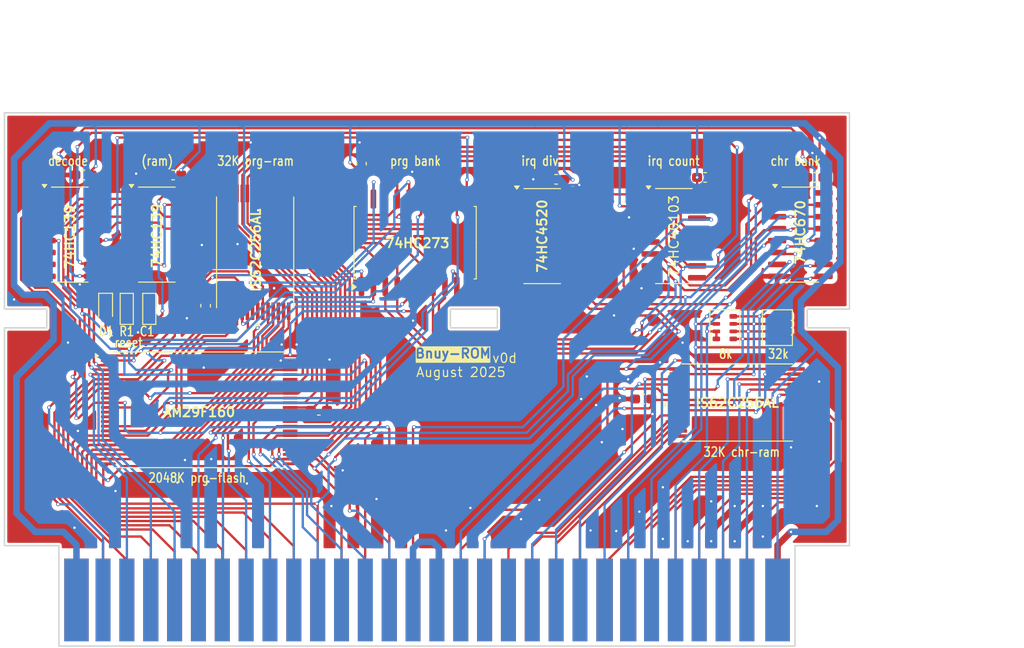
<source format=kicad_pcb>
(kicad_pcb (version 20241229) (generator "pcbnew") (generator_version "9.0")
  (title_block (comment 4 "AISLER Project ID: VZOPRJAU"))
  (layers (0 "F.Cu" signal) (2 "B.Cu" signal) (13 "F.Paste" user) (15 "B.Paste" user) (5 "F.SilkS" user "F.Silkscreen") (7 "B.SilkS" user "B.Silkscreen") (1 "F.Mask" user) (3 "B.Mask" user) (25 "Edge.Cuts" user))
  (net 0 "")
  (net 1 "/R~{W}")
  (net 2 "/~{pWR}")
  (net 3 "GND")
  (net 4 "VCC")
  (net 5 "/~{pRD}")
  (net 6 "/pD0")
  (net 7 "/pD1")
  (net 8 "/pD2")
  (net 9 "/pD3")
  (net 10 "~{RESET}")
  (net 11 "/~{ROMSEL}")
  (net 12 "/pA10")
  (net 13 "/pA11")
  (net 15 "/pD7")
  (net 16 "/pD6")
  (net 17 "/pD5")
  (net 18 "/pD4")
  (net 19 "/pA13")
  (net 20 "/pA12")
  (net 21 "/pA7")
  (net 22 "/pA6")
  (net 23 "/pA5")
  (net 24 "/pA4")
  (net 25 "/pA3")
  (net 26 "/pA2")
  (net 27 "/pA1")
  (net 28 "/pA0")
  (net 29 "/pA9")
  (net 30 "/pA8")
  (net 31 "/~{IRQ}")
  (net 32 "/cBank3")
  (net 33 "/cBank2")
  (net 34 "/cBank1")
  (net 35 "/cBank0")
  (net 36 "/~{irqWr}")
  (net 37 "/pBank0")
  (net 38 "/pBank1")
  (net 39 "/pBank2")
  (net 40 "/pBank3")
  (net 41 "/~{R}")
  (net 42 "/~{chrWR}")
  (net 43 "/~{prgWR}")
  (net 44 "Net-(U2A-O0)")
  (net 45 "/~{loR}")
  (net 46 "/~{loW}")
  (net 47 "~{samWr}")
  (net 48 "/cBank6")
  (net 49 "cD2")
  (net 50 "cD5")
  (net 51 "cD0")
  (net 52 "cD1")
  (net 53 "cD7")
  (net 54 "cD3")
  (net 55 "cD6")
  (net 56 "cD4")
  (net 57 "cA13")
  (net 58 "/cBank7")
  (net 59 "Net-(U5A-O3)")
  (net 60 "Net-(U4A-Reset)")
  (net 64 "/ScanlineClk")
  (net 65 "cA9")
  (net 70 "/cBank5")
  (net 73 "/cBank4")
  (net 80 "Net-(U10-~{CE})")
  (net 81 "/M2")
  (net 88 "cA12")
  (net 92 "cA6")
  (net 93 "cA4")
  (net 94 "cA11")
  (net 95 "cA2")
  (net 96 "cA0")
  (net 97 "cA7")
  (net 98 "cA8")
  (net 99 "cA14")
  (net 100 "cA1")
  (net 101 "cA10")
  (net 102 "cA5")
  (net 103 "cA3")
  (net 104 "rfAudio")
  (footprint "PCM_Capacitor_SMD_AKL:C_0603_1608Metric_Pad1.08x0.95mm_HandSolder" (layer "F.Cu") (at 111.4 93 -90)
    (property "Reference" "C1" (hide yes))
    (property "Value" "1nF")
  )
  (footprint "Capacitor_SMD:C_0603_1608Metric_Pad1.08x0.95mm_HandSolder" (layer "F.Cu") (at 154.7375 79.2)
    (property "Reference" "C8" (hide yes))
    (property "Value" "C_Small")
  )
  (footprint "Package_SO:SOIC-16_3.9x9.9mm_P1.27mm" (layer "F.Cu") (at 180.75 85.09)
    (property "Reference" "U7" (hide yes))
    (property "Value" "74HC670")
  )
  (footprint "PCM_Resistor_SMD_AKL:R_0603_1608Metric_Pad1.05x0.95mm_HandSolder" (layer "F.Cu") (at 109 93 90)
    (property "Reference" "R1" (hide yes))
    (property "Value" "4.7K")
  )
  (footprint "Capacitor_SMD:C_0603_1608Metric_Pad1.08x0.95mm_HandSolder" (layer "F.Cu") (at 104.3875 78.74)
    (property "Reference" "C3" (hide yes))
    (property "Value" "C_Small")
  )
  (footprint "Footprint:TSOP-I-28_11.8x8mm_P0.55mm_MiddlePin" (layer "F.Cu") (at 173.8 103.25)
    (property "Reference" "U9" (hide yes))
    (property "Value" "IS62C256AL")
  )
  (footprint "Capacitor_SMD:C_0603_1608Metric_Pad1.08x0.95mm_HandSolder" (layer "F.Cu") (at 117.4 92.6625 90)
    (property "Reference" "C7" (hide yes))
    (property "Value" "C_Small")
  )
  (footprint "Package_SO:SOIC-16_3.9x9.9mm_P1.27mm" (layer "F.Cu") (at 167.275 85.245)
    (property "Reference" "U13" (hide yes))
    (property "Value" "74HC40103")
  )
  (footprint "Footprint:TSOP-I-28_11.8x8mm_P0.55mm_MiddlePin" (layer "F.Cu") (at 122.95 87.2 90)
    (property "Reference" "U10" (hide yes))
    (property "Value" "IS62C256AL")
  )
  (footprint "Capacitor_SMD:C_0603_1608Metric_Pad1.08x0.95mm_HandSolder" (layer "F.Cu") (at 113.9375 78.74)
    (property "Reference" "C4" (hide yes))
    (property "Value" "C_Small")
  )
  (footprint "Package_SO:SOIC-20W_7.5x12.8mm_P1.27mm" (layer "F.Cu") (at 139.715 85.95 90)
    (property "Reference" "U3" (hide yes))
    (property "Value" "74HC273")
  )
  (footprint "Package_SO:SOIC-16_3.9x9.9mm_P1.27mm" (layer "F.Cu") (at 153.25 85.25)
    (property "Reference" "U4" (hide yes))
    (property "Value" "74HC4520")
  )
  (footprint "Capacitor_SMD:C_0603_1608Metric_Pad1.08x0.95mm_HandSolder" (layer "F.Cu") (at 170.6125 79 180)
    (property "Reference" "C9" (hide yes))
    (property "Value" "C_Small")
  )
  (footprint "Capacitor_SMD:C_0603_1608Metric_Pad1.08x0.95mm_HandSolder" (layer "F.Cu") (at 182.3375 79)
    (property "Reference" "C10" (hide yes))
    (property "Value" "C_Small")
  )
  (footprint "Capacitor_SMD:C_0603_1608Metric_Pad1.08x0.95mm_HandSolder" (layer "F.Cu") (at 134 77.5375 -90)
    (property "Reference" "C6" (hide yes))
    (property "Value" "C_Small")
  )
  (footprint "Package_SO:SOIC-16_3.9x9.9mm_P1.27mm" (layer "F.Cu") (at 102.935 85.09)
    (property "Reference" "U2" (hide yes))
    (property "Value" "74HC139")
  )
  (footprint "Capacitor_SMD:C_0603_1608Metric_Pad1.08x0.95mm_HandSolder" (layer "F.Cu") (at 129.4625 103.8 180)
    (property "Reference" "C5" (hide yes))
    (property "Value" "C_Small")
  )
  (footprint "famicom:Famicom Cartridge Edge Connector (long legs)" (layer "F.Cu") (at 101.7745 118.6)
    (property "Reference" "H1" (hide yes))
    (property "Value" "Famicom_Cartridge_Edge" (hide yes))
  )
  (footprint "Capacitor_SMD:C_0603_1608Metric_Pad1.08x0.95mm_HandSolder" (layer "F.Cu") (at 164 102.6)
    (property "Reference" "C11" (hide yes))
    (property "Value" "C_Small")
  )
  (footprint "Diode_SMD:D_0603_1608Metric_Pad1.05x0.95mm_HandSolder" (layer "F.Cu") (at 106.75 93 -90)
    (property "Reference" "D1" (hide yes))
    (property "Value" "1N4148")
  )
  (footprint "PCM_Resistor_SMD_AKL:R_Array_Convex_4x0603" (layer "F.Cu") (at 172.7 95)
    (property "Reference" "RN2" (hide yes))
    (property "Value" "R_Pack04" (hide yes))
  )
  (footprint "Package_SO:SOIC-16_3.9x9.9mm_P1.27mm" (layer "F.Cu") (at 112.203 85.09)
    (property "Reference" "U5" (hide yes))
    (property "Value" "74HC139")
  )
  (footprint "Package_SO:TSOP-I-48_18.4x12mm_P0.5mm" (layer "F.Cu") (at 116.71875 103.75)
    (property "Reference" "U1" (hide yes))
    (property "Value" "AM29F160")
  )
  (footprint "PCM_Resistor_SMD_AKL:R_Array_Convex_4x0603" (layer "F.Cu") (at 178.3 95 180)
    (property "Reference" "RN1" (hide yes))
    (property "Value" "R_Pack04" (hide yes))
  )
  (gr_line (start 181.4745 93.02) (end 181.4745 95.02) (stroke (width 0.15)) (layer "Edge.Cuts"))
  (gr_line (start 148.4745 95.02) (end 148.4745 93.02) (stroke (width 0.15)) (layer "Edge.Cuts"))
  (gr_line (start 181.4745 95.02) (end 185.9745 95.02) (stroke (width 0.15)) (layer "Edge.Cuts"))
  (gr_line (start 143.4745 93.02) (end 143.4745 95.02) (stroke (width 0.15)) (layer "Edge.Cuts"))
  (gr_line (start 185.9745 95.02) (end 185.9745 118.22) (stroke (width 0.15)) (layer "Edge.Cuts"))
  (gr_line (start 185.9745 118.22) (end 180.1745 118.22) (stroke (width 0.15)) (layer "Edge.Cuts"))
  (gr_line (start 95.9745 118.22) (end 101.7745 118.22) (stroke (width 0.15)) (layer "Edge.Cuts"))
  (gr_line (start 148.4745 93.02) (end 143.4745 93.02) (stroke (width 0.15)) (layer "Edge.Cuts"))
  (gr_line (start 180.1745 118.22) (end 180.1745 128.92) (stroke (width 0.15)) (layer "Edge.Cuts"))
  (gr_line (start 100.4745 95.02) (end 95.9745 95.02) (stroke (width 0.15)) (layer "Edge.Cuts"))
  (gr_line (start 95.9745 72.12) (end 95.9745 93.02) (stroke (width 0.15)) (layer "Edge.Cuts"))
  (gr_line (start 95.9745 93.02) (end 100.4745 93.02) (stroke (width 0.15)) (layer "Edge.Cuts"))
  (gr_line (start 101.7745 118.22) (end 101.7745 128.92) (stroke (width 0.15)) (layer "Edge.Cuts"))
  (gr_line (start 181.4745 72.12) (end 100.4745 72.12) (stroke (width 0.15)) (layer "Edge.Cuts"))
  (gr_line (start 180.1745 128.92) (end 101.7745 128.92) (stroke (width 0.15)) (layer "Edge.Cuts"))
  (gr_line (start 95.9745 95.02) (end 95.9745 118.22) (stroke (width 0.15)) (layer "Edge.Cuts"))
  (gr_line (start 100.4745 93.02) (end 100.4745 95.02) (stroke (width 0.15)) (layer "Edge.Cuts"))
  (gr_line (start 185.9745 72.12) (end 181.4745 72.12) (stroke (width 0.15)) (layer "Edge.Cuts"))
  (gr_line (start 185.9745 72.12) (end 185.9745 93.02) (stroke (width 0.15)) (layer "Edge.Cuts"))
  (gr_line (start 100.4745 72.12) (end 95.9745 72.12) (stroke (width 0.15)) (layer "Edge.Cuts"))
  (gr_line (start 185.9745 93.02) (end 181.4745 93.02) (stroke (width 0.15)) (layer "Edge.Cuts"))
  (gr_line (start 143.4745 95.02) (end 148.4745 95.02) (stroke (width 0.15)) (layer "Edge.Cuts"))
  (gr_text "32k" (at 178.4 97.8 0) (layer "F.SilkS") (effects (font (size 1 0.8))))
  (gr_text "irq count" (at 167.25 77.25 0) (layer "F.SilkS") (effects (font (size 1 0.8))))
  (gr_text "8k" (at 172.8 97.8 0) (layer "F.SilkS") (effects (font (size 1 0.8))))
  (gr_text "2048K prg-flash" (at 116.5 111 0) (layer "F.SilkS") (effects (font (size 1 0.8))))
  (gr_text "irq div" (at 153 77.25 0) (layer "F.SilkS") (effects (font (size 1 0.8))))
  (gr_text "32K prg-ram" (at 122.72 77.25 0) (layer "F.SilkS") (effects (font (size 1 0.8))))
  (gr_text "prg bank" (at 139.75 77.25 0) (layer "F.SilkS") (effects (font (size 1 0.8))))
  (gr_text "v0d" (at 149.25 98.25 0) (layer "F.SilkS") (effects (font (size 1 1) (thickness 0.125))))
  (gr_text "Bnuy-ROM" (at 143.75 97.75 0) (layer "F.SilkS" knockout) (effects (font (size 1 1) (thickness 0.2) (bold yes))))
  (gr_text "reset" (at 109.2 96.6 0) (layer "F.SilkS") (effects (font (size 1 0.8))))
  (gr_text "32K chr-ram" (at 174.5 108.25 0) (layer "F.SilkS") (effects (font (size 1 0.8))))
  (gr_text "decode" (at 102.75 77.25 0) (layer "F.SilkS") (effects (font (size 1 0.8))))
  (gr_text "D1 R1 C1" (at 109 95.4 0) (layer "F.SilkS") (effects (font (size 1 0.8))))
  (gr_text "(ram)" (at 112.25 77.25 0) (layer "F.SilkS") (effects (font (size 1 0.8))))
  (gr_text "August 2025" (at 139.75 99.75 0) (layer "F.SilkS") (effects (font (size 1 1) (thickness 0.125)) (justify left)))
  (gr_text "chr bank" (at 180.25 77.25 0) (layer "F.SilkS") (effects (font (size 1 0.8))))
  (segment (start 103.173232 93.811042) (end 103.161271 93.811042) (width 0.25) (layer "F.Cu") (net 1))
  (segment (start 103.621232 104.621232) (end 103.878768 104.621232) (width 0.25) (layer "F.Cu") (net 1))
  (segment (start 97.75 83.375) (end 99.21 81.915) (width 0.25) (layer "F.Cu") (net 1))
  (segment (start 112.6 106) (end 112.6 106.2) (width 0.25) (layer "F.Cu") (net 1))
  (segment (start 108.8 103) (end 107.03125 103) (width 0.25) (layer "F.Cu") (net 1))
  (segment (start 103.5 99.982536) (end 103.5 94.13781) (width 0.25) (layer "F.Cu") (net 1))
  (segment (start 121.85 93.25) (end 121.901 93.301) (width 0.25) (layer "F.Cu") (net 1))
  (segment (start 105.5 103) (end 107.03125 103) (width 0.25) (layer "F.Cu") (net 1))
  (segment (start 103.878768 104.621232) (end 105.5 103) (width 0.25) (layer "F.Cu") (net 1))
  (segment (start 103.161271 93.811042) (end 100.551229 91.201) (width 0.25) (layer "F.Cu") (net 1))
  (segment (start 121.901 95.199) (end 120.7 96.4) (width 0.25) (layer "F.Cu") (net 1))
  (segment (start 136.7645 105.6) (end 136.9645 105.8) (width 0.25) (layer "F.Cu") (net 1))
  (segment (start 97.75 89.88781) (end 97.75 83.375) (width 0.25) (layer "F.Cu") (net 1))
  (segment (start 117.4 96.4) (end 114.82136 98.97864) (width 0.25) (layer "F.Cu") (net 1))
  (segment (start 114.82136 98.97864) (end 114.82136 103.77864) (width 0.25) (layer "F.Cu") (net 1))
  (segment (start 99.06319 91.201) (end 97.75 89.88781) (width 0.25) (layer "F.Cu") (net 1))
  (segment (start 114.82136 103.77864) (end 112.6 106) (width 0.25) (layer "F.Cu") (net 1))
  (segment (start 99.21 81.915) (end 100.185 81.915) (width 0.25) (layer "F.Cu") (net 1))
  (segment (start 100.551229 91.201) (end 99.06319 91.201) (width 0.25) (layer "F.Cu") (net 1))
  (segment (start 136.9645 105.8) (end 136.9645 124) (width 0.25) (layer "F.Cu") (net 1))
  (segment (start 121.901 93.301) (end 121.901 95.199) (width 0.25) (layer "F.Cu") (net 1))
  (segment (start 103.5 94.13781) (end 103.173232 93.811042) (width 0.25) (layer "F.Cu") (net 1))
  (segment (start 120.7 96.4) (end 117.4 96.4) (width 0.25) (layer "F.Cu") (net 1))
  (segment (start 103.241268 100.241268) (end 103.5 99.982536) (width 0.25) (layer "F.Cu") (net 1))
  (via (at 103.241268 100.241268) (size 0.4) (drill 0.25) (layers "F.Cu" "B.Cu") (net 1))
  (via (at 108.8 103) (size 0.4) (drill 0.25) (layers "F.Cu" "B.Cu") (net 1))
  (via (at 103.621232 104.621232) (size 0.4) (drill 0.25) (layers "F.Cu" "B.Cu") (net 1))
  (via (at 136.7645 105.6) (size 0.4) (drill 0.25) (layers "F.Cu" "B.Cu") (net 1))
  (via (at 112.6 106.2) (size 0.4) (drill 0.25) (layers "F.Cu" "B.Cu") (net 1))
  (segment (start 109.2 106.2) (end 108.8 105.8) (width 0.25) (layer "B.Cu") (net 1))
  (segment (start 103.622 101.622) (end 103.621232 101.622768) (width 0.25) (layer "B.Cu") (net 1))
  (segment (start 103.622 100.622) (end 103.622 101.622) (width 0.25) (layer "B.Cu") (net 1))
  (segment (start 108.8 105.8) (end 108.8 103) (width 0.25) (layer "B.Cu") (net 1))
  (segment (start 117.780767 105.6) (end 117.180767 106.2) (width 0.25) (layer "B.Cu") (net 1))
  (segment (start 103.241268 100.241268) (end 103.622 100.622) (width 0.25) (layer "B.Cu") (net 1))
  (segment (start 103.621232 101.622768) (end 103.621232 104.621232) (width 0.25) (layer "B.Cu") (net 1))
  (segment (start 117.180767 106.2) (end 109.2 106.2) (width 0.25) (layer "B.Cu") (net 1))
  (segment (start 136.7645 105.6) (end 117.780767 105.6) (width 0.25) (layer "B.Cu") (net 1))
  (segment (start 166.2 102.15) (end 167.75 102.15) (width 0.25) (layer "F.Cu") (net 2))
  (segment (start 165.551 101.501) (end 166.2 102.15) (width 0.25) (layer "F.Cu") (net 2))
  (segment (start 162 101.501) (end 165.551 101.501) (width 0.25) (layer "F.Cu") (net 2))
  (via (at 162 101.501) (size 0.4) (drill 0.25) (layers "F.Cu" "B.Cu") (net 2))
  (segment (start 162 101.501) (end 159.749 101.501) (width 0.25) (layer "B.Cu") (net 2))
  (segment (start 159.749 101.501) (end 144.5745 116.6755) (width 0.25) (layer "B.Cu") (net 2))
  (segment (start 144.5745 116.6755) (end 144.5745 124) (width 0.25) (layer "B.Cu") (net 2))
  (segment (start 129.38781 108.5) (end 129.843905 108.956095) (width 0.25) (layer "F.Cu") (net 3))
  (segment (start 127.1 92) (end 125.9 90.8) (width 0.25) (layer "F.Cu") (net 3))
  (segment (start 125.4 98.5) (end 126.40625 98.5) (width 0.25) (layer "F.Cu") (net 3))
  (segment (start 100.311368 116.311368) (end 103.438632 116.311368) (width 0.25) (layer "F.Cu") (net 3))
  (segment (start 103.525 79.355) (end 102.235 80.645) (width 0.25) (layer "F.Cu") (net 3))
  (segment (start 102.4 93.818905) (end 102.4 99.8) (width 0.25) (layer "F.Cu") (net 3))
  (segment (start 129.843905 108.956095) (end 131.08781 110.2) (width 0.25) (layer "F.Cu") (net 3))
  (segment (start 164.8 83.34) (end 162.59 83.34) (width 0.25) (layer "F.Cu") (net 3))
  (segment (start 177 103.25) (end 180.3 103.25) (width 0.25) (layer "F.Cu") (net 3))
  (segment (start 115.875 93.525) (end 115.4 94) (width 0.25) (layer "F.Cu") (net 3))
  (segment (start 142.9 116.6) (end 142.0345 117.4655) (width 0.25) (layer "F.Cu") (net 3))
  (segment (start 99.8 115.8) (end 100.311368 116.311368) (width 0.25) (layer "F.Cu") (net 3))
  (segment (start 99.8 112.2) (end 99.8 115.8) (width 0.25) (layer "F.Cu") (net 3))
  (segment (start 157.4 102.6) (end 158.05 103.25) (width 0.25) (layer "F.Cu") (net 3))
  (segment (start 98.6 111) (end 99.8 112.2) (width 0.25) (layer "F.Cu") (net 3))
  (segment (start 108 76.6) (end 104.8 76.6) (width 0.25) (layer "F.Cu") (net 3))
  (segment (start 182.025 76.4) (end 181.475 76.95) (width 0.25) (layer "F.Cu") (net 3))
  (segment (start 103.6445 116.517236) (end 103.6445 124) (width 0.25) (layer "F.Cu") (net 3))
  (segment (start 130.325 98.675) (end 130.6 98.4) (width 0.25) (layer "F.Cu") (net 3))
  (segment (start 102.235 80.645) (end 100.365 80.645) (width 0.25) (layer "F.Cu") (net 3))
  (segment (start 98.4 103.8) (end 98.6 104) (width 0.25) (layer "F.Cu") (net 3))
  (segment (start 122.95 82.45625) (end 122.99375 82.5) (width 0.25) (layer "F.Cu") (net 3))
  (segment (start 122.95 80.7) (end 122.95 82.45625) (width 0.25) (layer "F.Cu") (net 3))
  (segment (start 165.3 93.7) (end 160.9 93.7) (width 0.25) (layer "F.Cu") (net 3))
  (segment (start 116.925 75.275) (end 122.2 75.275) (width 0.25) (layer "F.Cu") (net 3))
  (segment (start 180.29 99.95) (end 177.025 99.95) (width 0.25) (layer "F.Cu") (net 3))
  (segment (start 103.438632 116.311368) (end 103.6445 116.517236) (width 0.25) (layer "F.Cu") (net 3))
  (segment (start 131.08781 110.2) (end 132 110.2) (width 0.25) (layer "F.Cu") (net 3))
  (segment (start 162.59 83.34) (end 162.5 83.25) (width 0.25) (layer "F.Cu") (net 3))
  (segment (start 127.1 96.8) (end 127.1 92) (width 0.25) (layer "F.Cu") (net 3))
  (segment (start 113.075 79.6) (end 113.075 79.125) (width 0.25) (layer "F.Cu") (net 3))
  (segment (start 142.0345 117.4655) (end 142.0345 124) (width 0.25) (layer "F.Cu") (net 3))
  (segment (start 178.275 89.695) (end 177.905 89.695) (width 0.25) (layer "F.Cu") (net 3))
  (segment (start 133.8 75.275) (end 134 75.475) (width 0.25) (layer "F.Cu") (net 3))
  (segment (start 134 75.475) (end 134 76.675) (width 0.25) (layer "F.Cu") (net 3))
  (segment (start 163.1375 102.6) (end 161.6 102.6) (width 0.25) (layer "F.Cu") (net 3))
  (segment (start 161.6 102.6) (end 161.5 102.5) (width 0.25) (layer "F.Cu") (net 3))
  (segment (start 177.025 99.95) (end 177 99.975) (width 0.25) (layer "F.Cu") (net 3))
  (segment (start 102.4 99.8) (end 98.4 103.8) (width 0.25) (layer "F.Cu") (net 3))
  (segment (start 127.1 96.8) (end 125.5 96.8) (width 0.25) (layer "F.Cu") (net 3))
  (segment (start 104.8 76.6) (end 103.525 77.875) (width 0.25) (layer "F.Cu") (net 3))
  (segment (start 103.565958 92.735958) (end 100.275 89.445) (width 0.25) (layer "F.Cu") (net 3))
  (segment (start 117.4 93.525) (end 115.875 93.525) (width 0.25) (layer "F.Cu") (net 3))
  (segment (start 143 116.6) (end 142.9 116.6) (width 0.25) (layer "F.Cu") (net 3))
  (segment (start 125.9 90.8) (end 124.7 90.8) (width 0.25) (layer "F.Cu") (net 3))
  (segment (start 181.475 76.95) (end 181.475 79) (width 0.25) (layer "F.Cu") (net 3))
  (segment (start 118.825 93.525) (end 117.4 93.525) (width 0.25) (layer "F.Cu") (net 3))
  (segment (start 126.40625 108.5) (end 129.38781 108.5) (width 0.25) (layer "F.Cu") (net 3))
  (segment (start 119.1 93.25) (end 118.825 93.525) (width 0.25) (layer "F.Cu") (net 3))
  (segment (start 97 92) (end 100.581095 92) (width 0.25) (layer "F.Cu") (net 3))
  (segment (start 103.565958 92.834042) (end 103.565958 92.735958) (width 0.25) (layer "F.Cu") (net 3))
  (segment (start 103.525 77.875) (end 103.525 79.355) (width 0.25) (layer "F.Cu") (net 3))
  (segment (start 113.075 79.125) (end 116.925 75.275) (width 0.25) (layer "F.Cu") (net 3))
  (segment (start 100.581095 92) (end 102.4 93.818905) (width 0.25) (layer "F.Cu") (net 3))
  (segment (start 98.6 104) (end 98.6 111) (width 0.25) (layer "F.Cu") (net 3))
  (segment (start 110 78.6) (end 108 76.6) (width 0.25) (layer "F.Cu") (net 3))
  (segment (start 168.2 96.6) (end 165.3 93.7) (width 0.25) (layer "F.Cu") (net 3))
  (segment (start 130.325 103.8) (end 130.325 98.675) (width 0.25) (layer "F.Cu") (net 3))
  (segment (start 158.05 103.25) (end 159 103.25) (width 0.25) (layer "F.Cu") (net 3))
  (segment (start 119.121232 93.228768) (end 119.1 93.25) (width 0.25) (layer "F.Cu") (net 3))
  (via (at 130.6 98.4) (size 0.4) (drill 0.25) (layers "F.Cu" "B.Cu") (net 3))
  (via (at 159.6 107.2) (size 0.4) (drill 0.25) (layers "F.Cu" "B.Cu") (net 3))
  (via (at 152.95 113.35) (size 0.4) (drill 0.25) (layers "F.Cu" "B.Cu") (net 3))
  (via (at 152.3 79.2) (size 0.4) (drill 0.25) (layers "F.Cu" "B.Cu") (net 3))
  (via (at 165.8 98.7) (size 0.4) (drill 0.25) (layers "F.Cu" "B.Cu") (net 3))
  (via (at 171.25 117.75) (size 0.4) (drill 0.25) (layers "F.Cu" "B.Cu") (net 3))
  (via (at 107.8 112.4) (size 0.4) (drill 0.25) (layers "F.Cu" "B.Cu") (net 3))
  (via (at 145.6 114.2) (size 0.4) (drill 0.25) (layers "F.Cu" "B.Cu") (net 3))
  (via (at 115.4 94) (size 0.4) (drill 0.25) (layers "F.Cu" "B.Cu") (net 3))
  (via (at 151 115.4) (size 0.4) (drill 0.25) (layers "F.Cu" "B.Cu") (net 3))
  (via (at 168.75 117.75) (size 0.4) (drill 0.25) (layers "F.Cu" "B.Cu") (net 3))
  (via (at 103.438632 116.311368) (size 0.4) (drill 0.25) (layers "F.Cu" "B.Cu") (net 3))
  (via (at 157.2 79.8) (size 0.4) (drill 0.25) (layers "F.Cu" "B.Cu") (net 3))
  (via (at 133.8 75.275) (size 0.4) (drill 0.25) (layers "F.Cu" "B.Cu") (net 3))
  (via (at 117.2 99.25) (size 0.4) (drill 0.25) (layers "F.Cu" "B.Cu") (net 3))
  (via (at 114.4 111.5) (size 0.4) (drill 0.25) (layers "F.Cu" "B.Cu") (net 3))
  (via (at 159 103.25) (size 0.4) (drill 0.25) (layers "F.Cu" "B.Cu") (net 3))
  (via (at 166.1 117.5) (size 0.4) (drill 0.25) (layers "F.Cu" "B.Cu") (net 3))
  (via (at 182.75 100.75) (size 0.4) (drill 0.25) (layers "F.Cu" "B.Cu") (net 3))
  (via (at 120.8 86.1) (size 0.4) (drill 0.25) (layers "F.Cu" "B.Cu") (net 3))
  (via (at 177 99.975) (size 0.4) (drill 0.25) (layers "F.Cu" "B.Cu") (net 3))
  (via (at 176.75 117.25) (size 0.4) (drill 0.25) (layers "F.Cu" "B.Cu") (net 3))
  (via (at 124.7 90.8) (size 0.4) (drill 0.25) (layers "F.Cu" "B.Cu") (net 3))
  (via (at 122.2 75.275) (size 0.4) (drill 0.25) (layers "F.Cu" "B.Cu") (net 3))
  (via (at 135.6 113.25) (size 0.4) (drill 0.25) (layers "F.Cu" "B.Cu") (net 3))
  (via (at 162.4 100.5) (size 0.4) (drill 0.25) (layers "F.Cu" "B.Cu") (net 3))
  (via (at 125.5 96.8) (size 0.4) (drill 0.25) (layers "F.Cu" "B.Cu") (net 3))
  (via (at 115.2 109.1) (size 0.4) (drill 0.25) (layers "F.Cu" "B.Cu") (net 3))
  (via (at 143 116.6) (size 0.4) (drill 0.25) (layers "F.Cu" "B.Cu") (net 3))
  (via (at 110 78.6) (size 0.4) (drill 0.25) (layers "F.Cu" "B.Cu") (net 3))
  (via (at 102.744749 96.58891) (size 0.4) (drill 0.25) (layers "F.Cu" "B.Cu") (net 3))
  (via (at 177 103.25) (size 0.4) (drill 0.25) (layers "F.Cu" "B.Cu") (net 3))
  (via (at 121.8 111.6) (size 0.4) (drill 0.25) (layers "F.Cu" "B.Cu") (net 3))
  (via (at 138 83.2) (size 0.4) (drill 0.25) (layers "F.Cu" "B.Cu") (net 3))
  (via (at 171.25 113.5) (size 0.4) (drill 0.25) (layers "F.Cu" "B.Cu") (net 3))
  (via (at 163.6 114.6) (size 0.4) (drill 0.25) (layers "F.Cu" "B.Cu") (net 3))
  (via (at 182.025 76.4) (size 0.4) (drill 0.25) (layers "F.Cu" "B.Cu") (net 3))
  (via (at 165 104.2) (size 0.4) (drill 0.25) (layers "F.Cu" "B.Cu") (net 3))
  (via (at 117.7 111.4) (size 0.4) (drill 0.25) (layers "F.Cu" "B.Cu") (net 3))
  (via (at 125.4 98.5) (size 0.4) (drill 0.25) (layers "F.Cu" "B.Cu") (net 3))
  (via (at 161.8 105.8) (size 0.4) (drill 0.25) (layers "F.Cu" "B.Cu") (net 3))
  (via (at 166.1 112) (size 0.4) (drill 0.25) (layers "F.Cu" "B.Cu") (net 3))
  (via (at 158.4 116.6) (size 0.4) (drill 0.25) (layers "F.Cu" "B.Cu") (net 3))
  (via (at 158 100.2) (size 0.4) (drill 0.25) (layers "F.Cu" "B.Cu") (net 3))
  (via (at 157.4 102.6) (size 0.4) (drill 0.25) (layers "F.Cu" "B.Cu") (net 3))
  (via (at 182.5 114) (size 0.4) (drill 0.25) (layers "F.Cu" "B.Cu") (net 3))
  (via (at 132 110.2) (size 0.4) (drill 0.25) (layers "F.Cu" "B.Cu") (net 3))
  (via (at 103.8 106) (size 0.4) (drill 0.25) (layers "F.Cu" "B.Cu") (net 3))
  (via (at 139.5 94.25) (size 0.4) (drill 0.25) (layers "F.Cu" "B.Cu") (net 3))
  (via (at 163.83 90.805) (size 0.4) (drill 0.25) (layers "F.Cu" "B.Cu") (net 3))
  (via (at 173.75 117.75) (size 0.4) (drill 0.25) (layers "F.Cu" "B.Cu") (net 3))
  (via (at 110.2 95.5) (size 0.4) (drill 0.25) (layers "F.Cu" "B.Cu") (net 3))
  (via (at 176.75 114) (size 0.4) (drill 0.25) (layers "F.Cu" "B.Cu") (net 3))
  (via (at 168.2 96.6) (size 0.4) (drill 0.25) (layers "F.Cu" "B.Cu") (net 3))
  (via (at 103.565958 92.834042) (size 0.4) (drill 0.25) (layers "F.Cu" "B.Cu") (net 3))
  (via (at 173.75 114) (size 0.4) (drill 0.25) (layers "F.Cu" "B.Cu") (net 3))
  (via (at 122.99375 82.5) (size 0.4) (drill 0.25) (layers "F.Cu" "B.Cu") (net 3))
  (via (at 123.3 88.5) (size 0.4) (drill 0.25) (layers "F.Cu" "B.Cu") (net 3))
  (via (at 179.75 107.75) (size 0.4) (drill 0.25) (layers "F.Cu" "B.Cu") (net 3))
  (via (at 117 86.2) (size 0.4) (drill 0.25) (layers "F.Cu" "B.Cu") (net 3))
  (via (at 97 92) (size 0.4) (drill 0.25) (layers "F.Cu" "B.Cu") (net 3))
  (via (at 104 90.4) (size 0.4) (drill 0.25) (layers "F.Cu" "B.Cu") (net 3))
  (via (at 162.5 83.25) (size 0.4) (drill 0.25) (layers "F.Cu" "B.Cu") (net 3))
  (via (at 130.8 114) (size 0.4) (drill 0.25) (layers "F.Cu" "B.Cu") (net 3))
  (via (at 161.5 102.5) (size 0.4) (drill 0.25) (layers "F.Cu" "B.Cu") (net 3))
  (via (at 139.4 78.4) (size 0.4) (drill 0.25) (layers "F.Cu" "B.Cu") (net 3))
  (via (at 127.1 96.8) (size 0.4) (drill 0.25) (layers "F.Cu" "B.Cu") (net 3))
  (via (at 160.9 93.7) (size 0.4) (drill 0.25) (layers "F.Cu" "B.Cu") (net 3))
  (via (at 161.137305 116.662252) (size 0.4) (drill 0.25) (layers "F.Cu" "B.Cu") (net 3))
  (via (at 163 86.6) (size 0.4) (drill 0.25) (layers "F.Cu" "B.Cu") (net 3))
  (via (at 118 109) (size 0.4) (drill 0.25) (layers "F.Cu" "B.Cu") (net 3))
  (segment (start 183 77.375) (end 182.025 76.4) (width 0.25) (layer "B.Cu") (net 3))
  (segment (start 110.8 94.5) (end 111.3 94) (width 0.25) (layer "B.Cu") (net 3))
  (segment (start 159.75 102.5) (end 159 103.25) (width 0.25) (layer "B.Cu") (net 3))
  (segment (start 160.65 83.25) (end 157.2 79.8) (width 0.25) (layer "B.Cu") (net 3))
  (segment (start 152.9 79.8) (end 152.3 79.2) (width 0.25) (layer "B.Cu") (net 3))
  (segment (start 135.6 113.1) (end 132.7 110.2) (width 0.25) (layer "B.Cu") (net 3))
  (segment (start 103.6 92.8) (end 106.5 92.8) (width 0.25) (layer "B.Cu") (net 3))
  (segment (start 128.4 77.4) (end 130 79) (width 0.25) (layer "B.Cu") (net 3))
  (segment (start 110.2 95.3) (end 110.8 94.7) (width 0.25) (layer "B.Cu") (net 3))
  (segment (start 110.2 95.5) (end 110.2 95.3) (width 0.25) (layer "B.Cu") (net 3))
  (segment (start 122.2 77.8125) (end 122.99375 78.60625) (width 0.25) (layer "B.Cu") (net 3))
  (segment (start 110.8 94.7) (end 110.8 94.5) (width 0.25) (layer "B.Cu") (net 3))
  (segment (start 103.565958 92.834042) (end 103.6 92.8) (width 0.25) (layer "B.Cu") (net 3))
  (segment (start 161.5 102.5) (end 159.75 102.5) (width 0.25) (layer "B.Cu") (net 3))
  (segment (start 122.99375 78.60625) (end 124.2 77.4) (width 0.25) (layer "B.Cu") (net 3))
  (segment (start 106.5 92.8) (end 109.2 95.5) (width 0.25) (layer "B.Cu") (net 3))
  (segment (start 125.4 98.5) (end 125.5 98.4) (width 0.25) (layer "B.Cu") (net 3))
  (segment (start 157.2 79.8) (end 152.9 79.8) (width 0.25) (layer "B.Cu") (net 3))
  (segment (start 122.99375 82.5) (end 122.99375 78.60625) (width 0.25) (layer "B.Cu") (net 3))
  (segment (start 124.2 77.4) (end 128.4 77.4) (width 0.25) (layer "B.Cu") (net 3))
  (segment (start 111.3 94) (end 115.4 94) (width 0.25) (layer "B.Cu") (net 3))
  (segment (start 133.8 78.6) (end 133.8 75.275) (width 0.25) (layer "B.Cu") (net 3))
  (segment (start 122.2 75.275) (end 122.2 77.8125) (width 0.25) (layer "B.Cu") (net 3))
  (segment (start 132.7 110.2) (end 132 110.2) (width 0.25) (layer "B.Cu") (net 3))
  (segment (start 183 87.6) (end 183 77.375) (width 0.25) (layer "B.Cu") (net 3))
  (segment (start 108.525 80.075) (end 108.525 88.675) (width 0.25) (layer "B.Cu") (net 3))
  (segment (start 135.6 113.25) (end 135.6 113.1) (width 0.25) (layer "B.Cu") (net 3))
  (segment (start 133.4 79) (end 133.8 78.6) (width 0.25) (layer "B.Cu") (net 3))
  (segment (start 110 78.6) (end 108.525 80.075) (width 0.25) (layer "B.Cu") (net 3))
  (segment (start 162.5 83.25) (end 160.65 83.25) (width 0.25) (layer "B.Cu") (net 3))
  (segment (start 177 99.975) (end 177 103.25) (width 0.25) (layer "B.Cu") (net 3))
  (segment (start 108.525 88.675) (end 108.2 89) (width 0.25) (layer "B.Cu") (net 3))
  (segment (start 125.5 98.4) (end 130.6 98.4) (width 0.25) (layer "B.Cu") (net 3))
  (segment (start 109.2 95.5) (end 110.2 95.5) (width 0.25) (layer "B.Cu") (net 3))
  (segment (start 130 79) (end 133.4 79) (width 0.25) (layer "B.Cu") (net 3))
  (segment (start 128.3 103.5) (end 126.40625 103.5) (width 0.25) (layer "F.Cu") (net 4))
  (segment (start 128.4 89.4) (end 128.408778 89.4) (width 0.25) (layer "F.Cu") (net 4))
  (segment (start 164.8625 103.3875) (end 164.8625 102.6) (width 0.25) (layer "F.Cu") (net 4))
  (segment (start 128.6 103.8) (end 128.3 103.5) (width 0.25) (layer "F.Cu") (net 4))
  (segment (start 132.8 77.4) (end 134 78.6) (width 0.25) (layer "F.Cu") (net 4))
  (segment (start 117.4 90.27562) (end 117.4 91.8) (width 0.25) (layer "F.Cu") (net 4))
  (segment (start 118.127947 89.652327) (end 118.023293 89.652327) (width 0.25) (layer "F.Cu") (net 4))
  (segment (start 105.25 78.75) (end 105.25 80.53) (width 0.25) (layer "F.Cu") (net 4))
  (segment (start 105.25 80.53) (end 105.225 80.555) (width 0.25) (layer "F.Cu") (net 4))
  (segment (start 162 103.6) (end 164.65 103.6) (width 0.25) (layer "F.Cu") (net 4))
  (segment (start 156.45 79.2) (end 156.5 79.25) (width 0.25) (layer "F.Cu") (net 4))
  (segment (start 177.525 102.725) (end 177.5 102.7) (width 0.25) (layer "F.Cu") (net 4))
  (segment (start 155.6 79.2) (end 155.6 80.68) (width 0.25) (layer "F.Cu") (net 4))
  (segment (start 179.75 116.75) (end 178.32 118.18) (width 0.7) (layer "F.Cu") (net 4))
  (segment (start 118.023293 89.652327) (end 117.4 90.27562) (width 0.25) (layer "F.Cu") (net 4))
  (segment (start 183.2 80.78) (end 183.225 80.805) (width 0.25) (layer "F.Cu") (net 4))
  (segment (start 129.75 102.65) (end 128.6 103.8) (width 0.25) (layer "F.Cu") (net 4))
  (segment (start 183.2 77.4) (end 183.2 79) (width 0.25) (layer "F.Cu") (net 4))
  (segment (start 118.127947 89.652327) (end 120.496204 89.652327) (width 0.25) (layer "F.Cu") (net 4))
  (segment (start 113.2 80.645) (end 114.678 80.645) (width 0.25) (layer "F.Cu") (net 4))
  (segment (start 112.8 93.6) (end 112.5375 93.8625) (width 0.25) (layer "F.Cu") (net 4))
  (segment (start 112.4 81.59) (end 112.4 81.445) (width 0.25) (layer "F.Cu") (net 4))
  (segment (start 112.4 81.445) (end 113.2 80.645) (width 0.25) (layer "F.Cu") (net 4))
  (segment (start 129.75 90.741222) (end 129.75 102.65) (width 0.25) (layer "F.Cu") (net 4))
  (segment (start 122.4 91.556123) (end 122.4 93.25) (width 0.25) (layer "F.Cu") (net 4))
  (segment (start 177.5 102.7) (end 167.75 102.7) (width 0.25) (layer "F.Cu") (net 4))
  (segment (start 178.32 118.18) (end 178.32 124) (width 0.7) (layer "F.Cu") (net 4))
  (segment (start 105.25 78.75) (end 105.25 78.25) (width 0.25) (layer "F.Cu") (net 4))
  (segment (start 169.75 80.8) (end 169.75 82.07) (width 0.25) (layer "F.Cu") (net 4))
  (segment (start 155.6 79.2) (end 156.45 79.2) (width 0.25) (layer "F.Cu") (net 4))
  (segment (start 112.5375 93.8625) (end 111.7125 93.8625) (width 0.25) (layer "F.Cu") (net 4))
  (segment (start 182.8 74.8) (end 182.8 77) (width 0.25) (layer "F.Cu") (net 4))
  (segment (start 164.8625 102.6) (end 164.9625 102.7) (width 0.25) (layer "F.Cu") (net 4))
  (segment (start 134 78.6) (end 134 80.885) (width 0.25) (layer "F.Cu") (net 4))
  (segment (start 164.8 82.07) (end 161.57 82.07) (width 0.25) (layer "F.Cu") (net 4))
  (segment (start 155.67 80.75) (end 155.725 80.805) (width 0.25) (layer "F.Cu") (net 4))
  (segment (start 128.408778 89.4) (end 129.75 90.741222) (width 0.25) (layer "F.Cu") (net 4))
  (segment (start 177.795 102.725) (end 177.525 102.725) (width 0.25) (layer "F.Cu") (net 4))
  (segment (start 114.8 80.523) (end 114.8 78.2) (width 0.25) (layer "F.Cu") (net 4))
  (segment (start 164.9625 102.7) (end 167.75 102.7) (width 0.25) (layer "F.Cu") (net 4))
  (segment (start 183.2 79) (end 183.2 80.78) (width 0.25) (layer "F.Cu") (net 4))
  (segment (start 147.1145 117.5) (end 147.1145 124) (width 0.25) (layer "F.Cu") (net 4))
  (segment (start 182.8 77) (end 183.2 77.4) (width 0.25) (layer "F.Cu") (net 4))
  (segment (start 112.8 93.2) (end 112.8 93.6) (width 0.25) (layer "F.Cu") (net 4))
  (segment (start 155.6 80.68) (end 155.725 80.805) (width 0.25) (layer "F.Cu") (net 4))
  (segment (start 169.75 80.8) (end 169.75 79) (width 0.25) (layer "F.Cu") (net 4))
  (segment (start 164.65 103.6) (end 164.8625 103.3875) (width 0.25) (layer "F.Cu") (net 4))
  (segment (start 105.25 78.25) (end 105.7 77.8) (width 0.25) (layer "F.Cu") (net 4))
  (segment (start 120.496204 89.652327) (end 122.4 91.556123) (width 0.25) (layer "F.Cu") (net 4))
  (segment (start 114.678 80.645) (end 114.8 80.523) (width 0.25) (layer "F.Cu") (net 4))
  (segment (start 161.57 82.07) (end 161.5 82) (width 0.25) (layer "F.Cu") (net 4))
  (via (at 112.4 81.59) (size 0.4) (drill 0.25) (layers "F.Cu" "B.Cu") (net 4))
  (via (at 128.4 89.4) (size 0.4) (drill 0.25) (layers "F.Cu" "B.Cu") (net 4))
  (via (at 161.5 82) (size 0.4) (drill 0.25) (layers "F.Cu" "B.Cu") (net 4))
  (via (at 132.8 77.4) (size 0.4) (drill 0.25) (layers "F.Cu" "B.Cu") (net 4))
  (via (at 169.75 79) (size 0.4) (drill 0.25) (layers "F.Cu" "B.Cu") (net 4))
  (via (at 118.127947 89.652327) (size 0.4) (drill 0.25) (layers "F.Cu" "B.Cu") (net 4))
  (via (at 182.8 74.8) (size 0.4) (drill 0.25) (layers "F.Cu" "B.Cu") (net 4))
  (via (at 156.5 79.25) (size 0.4) (drill 0.25) (layers "F.Cu" "B.Cu") (net 4))
  (via (at 162 103.6) (size 0.4) (drill 0.25) (layers "F.Cu" "B.Cu") (net 4))
  (via (at 112.8 93.2) (size 0.4) (drill 0.25) (layers "F.Cu" "B.Cu") (net 4))
  (via (at 177.795 102.725) (size 0.4) (drill 0.25) (layers "F.Cu" "B.Cu") (net 4))
  (via (at 114.8 78.2) (size 0.4) (drill 0.25) (layers "F.Cu" "B.Cu") (net 4))
  (via (at 179.75 116.75) (size 0.4) (drill 0.25) (layers "F.Cu" "B.Cu") (net 4))
  (via (at 105.7 77.8) (size 0.4) (drill 0.25) (layers "F.Cu" "B.Cu") (net 4))
  (via (at 147.1145 117.5) (size 0.4) (drill 0.25) (layers "F.Cu" "B.Cu") (net 4))
  (segment (start 184.75 99.25) (end 184.75 115.5) (width 0.7) (layer "B.Cu") (net 4))
  (segment (start 100.75 73.25) (end 105.25 73.25) (width 0.7) (layer "B.Cu") (net 4))
  (segment (start 165.6 73.25) (end 171 73.25) (width 0.7) (layer "B.Cu") (net 4))
  (segment (start 182.25 96.75) (end 184.75 99.25) (width 0.7) (layer "B.Cu") (net 4))
  (segment (start 182.8 74.8) (end 181.25 73.25) (width 0.7) (layer "B.Cu") (net 4))
  (segment (start 161.6 73.25) (end 162.25 73.25) (width 0.7) (layer "B.Cu") (net 4))
  (segment (start 152.5 73.25) (end 155.6 73.25) (width 0.7) (layer "B.Cu") (net 4))
  (segment (start 122.5 89.4) (end 122.5 85.25) (width 0.25) (layer "B.Cu") (net 4))
  (segment (start 118.380274 89.4) (end 122.5 89.4) (width 0.25) (layer "B.Cu") (net 4))
  (segment (start 103.6445 118.1445) (end 102.25 116.75) (width 0.7) (layer "B.Cu") (net 4))
  (segment (start 114.8 78.2) (end 116.75 76.25) (width 0.25) (layer "B.Cu") (net 4))
  (segment (start 184.75 115.5) (end 183.5 116.75) (width 0.7) (layer "B.Cu") (net 4))
  (segment (start 116.75 73.25) (end 105.25 73.25) (width 0.7) (layer "B.Cu") (net 4))
  (segment (start 133 73.25) (end 133.75 73.25) (width 0.25) (layer "B.Cu") (net 4))
  (segment (start 112.4 81.59) (end 112.4 89.6) (width 0.25) (layer "B.Cu") (net 4))
  (segment (start 97 77) (end 100.75 73.25) (width 0.7) (layer "B.Cu") (net 4))
  (segment (start 121.5 84.25) (end 121.5 73.75) (width 0.25) (layer "B.Cu") (net 4))
  (segment (start 97.25 114.75) (end 97.25 100.25) (width 0.7) (layer "B.Cu") (net 4))
  (segment (start 182.8 74.8) (end 185 77) (width 0.7) (layer "B.Cu") (net 4))
  (segment (start 121 73.25) (end 133.75 73.25) (width 0.7) (layer "B.Cu") (net 4))
  (segment (start 118.127947 89.652327) (end 118.380274 89.4) (width 0.25) (layer "B.Cu") (net 4))
  (segment (start 102.25 116.75) (end 99.25 116.75) (width 0.7) (layer "B.Cu") (net 4))
  (segment (start 116.75 76.25) (end 116.75 73.25) (width 0.25) (layer "B.Cu") (net 4))
  (segment (start 177.795 102.005) (end 182.25 97.55) (width 0.25) (layer "B.Cu") (net 4))
  (segment (start 185 77) (end 185 88) (width 0.7) (layer "B.Cu") (net 4))
  (segment (start 99.25 116.75) (end 97.25 114.75) (width 0.7) (layer "B.Cu") (net 4))
  (segment (start 181.25 73.25) (end 171 73.25) (width 0.7) (layer "B.Cu") (net 4))
  (segment (start 182.25 97.55) (end 182.25 96.75) (width 0.25) (layer "B.Cu") (net 4))
  (segment (start 103.6445 124) (end 103.6445 118.1445) (width 0.7) (layer "B.Cu") (net 4))
  (segment (start 156.5 79.25) (end 155.6 78.35) (width 0.25) (layer "B.Cu") (net 4))
  (segment (start 116.75 73.25) (end 121 73.25) (width 0.7) (layer "B.Cu") (net 4))
  (segment (start 185 88) (end 180.8 92.2) (width 0.7) (layer "B.Cu") (net 4))
  (segment (start 155.6 73.25) (end 161.6 73.25) (width 0.7) (layer "B.Cu") (net 4))
  (segment (start 97 90.5) (end 97 77) (width 0.7) (layer "B.Cu") (net 4))
  (segment (start 180.8 95.3) (end 182.25 96.75) (width 0.7) (layer "B.Cu") (net 4))
  (segment (start 132.8 77.4) (end 132.8 73.45) (width 0.25) (layer "B.Cu") (net 4))
  (segment (start 98 91.5) (end 97 90.5) (width 0.7) (layer "B.Cu") (net 4))
  (segment (start 105.7 77.8) (end 105.7 73.7) (width 0.25) (layer "B.Cu") (net 4))
  (segment (start 155.6 78.35) (end 155.6 73.25) (width 0.25) (layer "B.Cu") (net 4))
  (segment (start 177.795 102.725) (end 177.795 102.005) (width 0.25) (layer "B.Cu") (net 4))
  (segment (start 180.8 92.2) (end 180.8 95.3) (width 0.7) (layer "B.Cu") (net 4))
  (segment (start 161.5 82) (end 161.5 73.35) (width 0.25) (layer "B.Cu") (net 4))
  (segment (start 122.5 85.25) (end 121.5 84.25) (width 0.25) (layer "B.Cu") (net 4))
  (segment (start 183.5 116.75) (end 179.75 116.75) (width 0.7) (layer "B.Cu") (net 4))
  (segment (start 101.2 96.3) (end 101.2 92.45) (width 0.7) (layer "B.Cu") (net 4))
  (segment (start 161.5 73.35) (end 161.6 73.25) (width 0.25) (layer "B.Cu") (net 4))
  (segment (start 100.25 91.5) (end 98 91.5) (width 0.7) (layer "B.Cu") (net 4))
  (segment (start 97.25 100.25) (end 101.2 96.3) (width 0.7) (layer "B.Cu") (net 4))
  (segment (start 112.4 89.6) (end 112.8 90) (width 0.25) (layer "B.Cu") (net 4))
  (segment (start 147.1145 117.5) (end 161.0145 103.6) (width 0.25) (layer "B.Cu") (net 4))
  (segment (start 128.4 89.4) (end 122.5 89.4) (width 0.25) (layer "B.Cu") (net 4))
  (segment (start 101.2 92.45) (end 100.25 91.5) (width 0.7) (layer "B.Cu") (net 4))
  (segment (start 147.1145 117.5) (end 147.1145 124) (width 0.25) (layer "B.Cu") (net 4))
  (segment (start 133.75 73.25) (end 152.5 73.25) (width 0.7) (layer "B.Cu") (net 4))
  (segment (start 121.5 73.75) (end 121 73.25) (width 0.25) (layer "B.Cu") (net 4))
  (segment (start 162.25 73.25) (end 165.6 73.25) (width 0.7) (layer "B.Cu") (net 4))
  (segment (start 105.7 73.7) (end 105.25 73.25) (width 0.25) (layer "B.Cu") (net 4))
  (segment (start 112.8 90) (end 112.8 93.2) (width 0.25) (layer "B.Cu") (net 4))
  (segment (start 169.75 79) (end 169.75 73.25) (width 0.25) (layer "B.Cu") (net 4))
  (segment (start 132.8 73.45) (end 133 73.25) (width 0.25) (layer "B.Cu") (net 4))
  (segment (start 161.0145 103.6) (end 162 103.6) (width 0.25) (layer "B.Cu") (net 4))
  (segment (start 157.2 91.9) (end 157.2 88.925001) (width 0.25) (layer "F.Cu") (net 5))
  (segment (start 158.3 93) (end 157.2 91.9) (width 0.25) (layer "F.Cu") (net 5))
  (segment (start 153.15 114.4) (end 160.2 107.35) (width 0.25) (layer "F.Cu") (net 5))
  (segment (start 154.7 86.5) (end 153.4 85.2) (width 0.25) (layer "F.Cu") (net 5))
  (segment (start 160.2 107.35) (end 160.2 100.6) (width 0.25) (layer "F.Cu") (net 5))
  (segment (start 160.2 100.6) (end 161.4 99.4) (width 0.25) (layer "F.Cu") (net 5))
  (segment (start 152.475 82.075) (end 150.775 82.075) (width 0.25) (layer "F.Cu") (net 5))
  (segment (start 144.5745 124) (end 144.5745 118.6255) (width 0.25) (layer "F.Cu") (net 5))
  (segment (start 155.725 88.425) (end 156.775 88.425) (width 0.25) (layer "F.Cu") (net 5))
  (segment (start 153.4 85.2) (end 153.4 83) (width 0.25) (layer "F.Cu") (net 5))
  (segment (start 157.2 86.8) (end 156.9 86.5) (width 0.25) (layer "F.Cu") (net 5))
  (segment (start 156.9 86.5) (end 154.7 86.5) (width 0.25) (layer "F.Cu") (net 5))
  (segment (start 161.4 99.4) (end 167.75 99.4) (width 0.25) (layer "F.Cu") (net 5))
  (segment (start 156.699999 88.425) (end 155.725 88.425) (width 0.25) (layer "F.Cu") (net 5))
  (segment (start 165.4 93) (end 158.3 93) (width 0.25) (layer "F.Cu") (net 5))
  (segment (start 153.4 83) (end 152.475 82.075) (width 0.25) (layer "F.Cu") (net 5))
  (segment (start 157.2 88.925001) (end 156.699999 88.425) (width 0.25) (layer "F.Cu") (net 5))
  (segment (start 157.2 88) (end 157.2 86.8) (width 0.25) (layer "F.Cu") (net 5))
  (segment (start 167.8 95.4) (end 165.4 93) (width 0.25) (layer "F.Cu") (net 5))
  (segment (start 156.775 88.425) (end 157.2 88) (width 0.25) (layer "F.Cu") (net 5))
  (segment (start 144.5745 118.6255) (end 148.8 114.4) (width 0.25) (layer "F.Cu") (net 5))
  (segment (start 148.8 114.4) (end 153.15 114.4) (width 0.25) (layer "F.Cu") (net 5))
  (via (at 167.8 95.4) (size 0.4) (drill 0.25) (layers "F.Cu" "B.Cu") (net 5))
  (via (at 162.2 99.4) (size 0.4) (drill 0.25) (layers "F.Cu" "B.Cu") (net 5))
  (segment (start 164.848 98.352) (end 163.248 98.352) (width 0.25) (layer "B.Cu") (net 5))
  (segment (start 167.8 95.4) (end 164.848 98.352) (width 0.25) (layer "B.Cu") (net 5))
  (segment (start 163.248 98.352) (end 162.2 99.4) (width 0.25) (layer "B.Cu") (net 5))
  (segment (start 183 108.72438) (end 183 105.75) (width 0.25) (layer "F.Cu") (net 6))
  (segment (start 169.65793 112.25) (end 179.47438 112.25) (width 0.25) (layer "F.Cu") (net 6))
  (segment (start 179.47438 112.25) (end 183 108.72438) (width 0.25) (layer "F.Cu") (net 6))
  (segment (start 167.4545 114.45343) (end 169.65793 112.25) (width 0.25) (layer "F.Cu") (net 6))
  (segment (start 183 105.75) (end 182.15 104.9) (width 0.25) (layer "F.Cu") (net 6))
  (segment (start 182.15 104.9) (end 180.3 104.9) (width 0.25) (layer "F.Cu") (net 6))
  (segment (start 167.4545 124) (end 167.4545 114.45343) (width 0.25) (layer "F.Cu") (net 6))
  (segment (start 179.66119 112.701) (end 179.28757 112.701) (width 0.25) (layer "F.Cu") (net 7))
  (segment (start 180.3 104.35) (end 182.35 104.35) (width 0.25) (layer "F.Cu") (net 7))
  (segment (start 183.18681 109.17538) (end 179.92538 112.43681) (width 0.25) (layer "F.Cu") (net 7))
  (segment (start 179.86219 112.5) (end 179.66119 112.701) (width 0.25) (layer "F.Cu") (net 7))
  (segment (start 169.9745 116.5255) (end 169.9745 124) (width 0.25) (layer "F.Cu") (net 7))
  (segment (start 183.451 108.91119) (end 183.18681 109.17538) (width 0.25) (layer "F.Cu") (net 7))
  (segment (start 179.28757 112.701) (end 173.799 112.701) (width 0.25) (layer "F.Cu") (net 7))
  (segment (start 183.5 105.5) (end 183.5 108.86219) (width 0.25) (layer "F.Cu") (net 7))
  (segment (start 179.92538 112.43681) (end 179.86219 112.5) (width 0.25) (layer "F.Cu") (net 7))
  (segment (start 182.35 104.35) (end 183.5 105.5) (width 0.25) (layer "F.Cu") (net 7))
  (segment (start 173.799 112.701) (end 169.9745 116.5255) (width 0.25) (layer "F.Cu") (net 7))
  (segment (start 183.5 108.86219) (end 183.451 108.91119) (width 0.25) (layer "F.Cu") (net 7))
  (segment (start 179.848 113.152) (end 184 109) (width 0.25) (layer "F.Cu") (net 8))
  (segment (start 172.5145 124) (end 172.5145 116.7355) (width 0.25) (layer "F.Cu") (net 8))
  (segment (start 184 109) (end 184 105.25) (width 0.25) (layer "F.Cu") (net 8))
  (segment (start 182.55 103.8) (end 180.3 103.8) (width 0.25) (layer "F.Cu") (net 8))
  (segment (start 184 105.25) (end 182.55 103.8) (width 0.25) (layer "F.Cu") (net 8))
  (segment (start 176.098 113.152) (end 179.848 113.152) (width 0.25) (layer "F.Cu") (net 8))
  (segment (start 172.5145 116.7355) (end 176.098 113.152) (width 0.25) (layer "F.Cu") (net 8))
  (segment (start 175.0545 116.9455) (end 175.0545 124) (width 0.25) (layer "F.Cu") (net 9))
  (segment (start 180.29 102.7) (end 182.2 102.7) (width 0.25) (layer "F.Cu") (net 9))
  (segment (start 184.5 109.13781) (end 180.03481 113.603) (width 0.25) (layer "F.Cu") (net 9))
  (segment (start 180.03481 113.603) (end 178.397 113.603) (width 0.25) (layer "F.Cu") (net 9))
  (segment (start 184.5 105) (end 184.5 109.13781) (width 0.25) (layer "F.Cu") (net 9))
  (segment (start 182.2 102.7) (end 184.5 105) (width 0.25) (layer "F.Cu") (net 9))
  (segment (start 178.397 113.603) (end 175.0545 116.9455) (width 0.25) (layer "F.Cu") (net 9))
  (segment (start 134 89) (end 134 90.6) (width 0.25) (layer "F.Cu") (net 10))
  (segment (start 113.4 101.35) (end 111.25 103.5) (width 0.25) (layer "F.Cu") (net 10))
  (segment (start 106.625 91.975) (end 111.275 91.975) (width 0.25) (layer "F.Cu") (net 10))
  (segment (start 111.275 91.975) (end 111.4 92.1) (width 0.25) (layer "F.Cu") (net 10))
  (segment (start 108.102 97.25) (end 107.926 97.074) (width 0.25) (layer "F.Cu") (net 10))
  (segment (start 111.25 103.5) (end 107.03125 103.5) (width 0.25) (layer "F.Cu") (net 10))
  (segment (start 113.4 99.85) (end 113.4 101.35) (width 0.25) (layer "F.Cu") (net 10))
  (segment (start 107.926 97.074) (end 107.926 93.276) (width 0.25) (layer "F.Cu") (net 10))
  (segment (start 113.75 99.5) (end 113.4 99.85) (width 0.25) (layer "F.Cu") (net 10))
  (segment (start 107.926 93.276) (end 106.625 91.975) (width 0.25) (layer "F.Cu") (net 10))
  (segment (start 109.25 97.25) (end 108.102 97.25) (width 0.25) (layer "F.Cu") (net 10))
  (via (at 134 89) (size 0.4) (drill 0.25) (layers "F.Cu" "B.Cu") (net 10))
  (via (at 109.25 97.25) (size 0.4) (drill 0.25) (layers "F.Cu" "B.Cu") (net 10))
  (via (at 113.75 99.5) (size 0.4) (drill 0.25) (layers "F.Cu" "B.Cu") (net 10))
  (segment (start 134 89) (end 133.4 89) (width 0.25) (layer "B.Cu") (net 10))
  (segment (start 120.81319 96.299) (end 110.201 96.299) (width 0.25) (layer "B.Cu") (net 10))
  (segment (start 110 99.5) (end 109.25 98.75) (width 0.25) (layer "B.Cu") (net 10))
  (segment (start 131.15 91.25) (end 125.86219 91.25) (width 0.25) (layer "B.Cu") (net 10))
  (segment (start 113.75 99.5) (end 110 99.5) (width 0.25) (layer "B.Cu") (net 10))
  (segment (start 125.86219 91.25) (end 120.81319 96.299) (width 0.25) (layer "B.Cu") (net 10))
  (segment (start 110.201 96.299) (end 109.25 97.25) (width 0.25) (layer "B.Cu") (net 10))
  (segment (start 109.25 98.75) (end 109.25 97.25) (width 0.25) (layer "B.Cu") (net 10))
  (segment (start 133.4 89) (end 131.15 91.25) (width 0.25) (layer "B.Cu") (net 10))
  (segment (start 126.40625 109) (end 129.25 109) (width 0.25) (layer "F.Cu") (net 11))
  (segment (start 103.348081 93.360042) (end 103.360042 93.360042) (width 0.25) (layer "F.Cu") (net 11))
  (segment (start 103.98125 81.28) (end 102.07625 83.185) (width 0.25) (layer "F.Cu") (net 11))
  (segment (start 98.25 89.75) (end 99.25 90.75) (width 0.25) (layer "F.Cu") (net 11))
  (segment (start 107.025 111.25) (end 108.525 109.75) (width 0.25) (layer "F.Cu") (net 11))
  (segment (start 104 100.225) (end 100.725 103.5) (width 0.25) (layer "F.Cu") (net 11))
  (segment (start 124.993877 109) (end 126.40625 109) (width 0.25) (layer "F.Cu") (net 11))
  (segment (start 102.07625 83.185) (end 100.46 83.185) (width 0.25) (layer "F.Cu") (net 11))
  (segment (start 104 94) (end 104 100.225) (width 0.25) (layer "F.Cu") (net 11))
  (segment (start 103.360042 93.360042) (end 104 94) (width 0.25) (layer "F.Cu") (net 11))
  (segment (start 111.125 81.28) (end 103.98125 81.28) (width 0.25) (layer "F.Cu") (net 11))
  (segment (start 100.185 83.185) (end 99.210001 83.185) (width 0.25) (layer "F.Cu") (net 11))
  (segment (start 114.678 83.185) (end 113.03 83.185) (width 0.25) (layer "F.Cu") (net 11))
  (segment (start 129.25 109) (end 131.75 111.5) (width 0.25) (layer "F.Cu") (net 11))
  (segment (start 99.25 90.75) (end 100.75 90.75) (width 0.25) (layer "F.Cu") (net 11))
  (segment (start 100.75 90.75) (end 103.039958 93.039958) (width 0.25) (layer "F.Cu") (net 11))
  (segment (start 124.243877 109.75) (end 124.993877 109) (width 0.25) (layer "F.Cu") (net 11))
  (segment (start 103.039958 93.051919) (end 103.348081 93.360042) (width 0.25) (layer "F.Cu") (net 11))
  (segment (start 132.75 112.5) (end 132.75 114.5) (width 0.25) (layer "F.Cu") (net 11))
  (segment (start 113.03 83.185) (end 111.125 81.28) (width 0.25) (layer "F.Cu") (net 11))
  (segment (start 103.039958 93.039958) (end 103.039958 93.051919) (width 0.25) (layer "F.Cu") (net 11))
  (segment (start 131.75 111.5) (end 132.75 112.5) (width 0.25) (layer "F.Cu") (net 11))
  (segment (start 108.525 109.75) (end 124.243877 109.75) (width 0.25) (layer "F.Cu") (net 11))
  (segment (start 98.25 84.145001) (end 98.25 89.75) (width 0.25) (layer "F.Cu") (net 11))
  (segment (start 99.210001 83.185) (end 98.25 84.145001) (width 0.25) (layer "F.Cu") (net 11))
  (via (at 132.75 114.5) (size 0.4) (drill 0.25) (layers "F.Cu" "B.Cu") (net 11))
  (via (at 107.025 111.25) (size 0.4) (drill 0.25) (layers "F.Cu" "B.Cu") (net 11))
  (via (at 100.725 103.5) (size 0.4) (drill 0.25) (layers "F.Cu" "B.Cu") (net 11))
  (segment (start 106.80625 111.25) (end 100.725 105.16875) (width 0.25) (layer "B.Cu") (net 11))
  (segment (start 136.9645 117.9645) (end 136.9645 124) (width 0.25) (layer "B.Cu") (net 11))
  (segment (start 132.75 114.5) (end 133.5 114.5) (width 0.25) (layer "B.Cu") (net 11))
  (segment (start 107.025 111.25) (end 106.80625 111.25) (width 0.25) (layer "B.Cu") (net 11))
  (segment (start 133.5 114.5) (end 136.9645 117.9645) (width 0.25) (layer "B.Cu") (net 11))
  (segment (start 100.725 105.16875) (end 100.725 103.5) (width 0.25) (layer "B.Cu") (net 11))
  (segment (start 169.65 99.4) (end 180.29 99.4) (width 0.25) (layer "F.Cu") (net 12))
  (segment (start 168.75 98.5) (end 169.65 99.4) (width 0.25) (layer "F.Cu") (net 12))
  (segment (start 167.4 98.5) (end 168.75 98.5) (width 0.25) (layer "F.Cu") (net 12))
  (via (at 167.4 98.5) (size 0.4) (drill 0.25) (layers "F.Cu" "B.Cu") (net 12))
  (segment (start 159.8945 113.8555) (end 159.8945 124) (width 0.25) (layer "B.Cu") (net 12))
  (segment (start 166 107.75) (end 159.8945 113.8555) (width 0.25) (layer "B.Cu") (net 12))
  (segment (start 167.4 98.5) (end 166 99.9) (width 0.25) (layer "B.Cu") (net 12))
  (segment (start 166 99.9) (end 166 107.75) (width 0.25) (layer "B.Cu") (net 12))
  (segment (start 169.6 94.6) (end 171.8 94.6) (width 0.25) (layer "F.Cu") (net 13))
  (segment (start 178.7 97.1) (end 169.6 97.1) (width 0.25) (layer "F.Cu") (net 13))
  (segment (start 179.2 96.2) (end 179.2 96.6) (width 0.25) (layer "F.Cu") (net 13))
  (segment (start 179.2 93.8) (end 179.2 96.2) (width 0.25) (layer "F.Cu") (net 13))
  (segment (start 177.245274 85.885) (end 178.275 85.885) (width 0.25) (layer "F.Cu") (net 13))
  (segment (start 176.865137 86.265137) (end 177.245274 85.885) (width 0.25) (layer "F.Cu") (net 13))
  (segment (start 179.2 96.6) (end 178.7 97.1) (width 0.25) (layer "F.Cu") (net 13))
  (via (at 169.6 94.6) (size 0.4) (drill 0.25) (layers "F.Cu" "B.Cu") (net 13))
  (via (at 176.865137 86.265137) (size 0.4) (drill 0.25) (layers "F.Cu" "B.Cu") (net 13))
  (via (at 169.6 97.1) (size 0.4) (drill 0.25) (layers "F.Cu" "B.Cu") (net 13))
  (segment (start 176.865137 86.265137) (end 176.760483 86.265137) (width 0.25) (layer "B.Cu") (net 13))
  (segment (start 169.6 93.42562) (end 169.6 94.6) (width 0.25) (layer "B.Cu") (net 13))
  (segment (start 169.6 97.1) (end 169.6 105.65) (width 0.25) (layer "B.Cu") (net 13))
  (segment (start 176.760483 86.265137) (end 169.6 93.42562) (width 0.25) (layer "B.Cu") (net 13))
  (segment (start 162.4145 112.8355) (end 162.4145 124) (width 0.25) (layer "B.Cu") (net 13))
  (segment (start 169.6 94.6) (end 169.6 97.1) (width 0.25) (layer "B.Cu") (net 13))
  (segment (start 169.6 105.65) (end 162.4145 112.8355) (width 0.25) (layer "B.Cu") (net 13))
  (segment (start 173 100.5) (end 180.29 100.5) (width 0.25) (layer "F.Cu") (net 15))
  (via (at 173 100.5) (size 0.4) (drill 0.25) (layers "F.Cu" "B.Cu") (net 15))
  (segment (start 173 107.25) (end 169.9745 110.2755) (width 0.25) (layer "B.Cu") (net 15))
  (segment (start 173 100.5) (end 173 107.25) (width 0.25) (layer "B.Cu") (net 15))
  (segment (start 169.9745 110.2755) (end 169.9745 124) (width 0.25) (layer "B.Cu") (net 15))
  (segment (start 174.25 101.025) (end 174.275 101.05) (width 0.25) (layer "F.Cu") (net 16))
  (segment (start 174.275 101.05) (end 180.29 101.05) (width 0.25) (layer "F.Cu") (net 16))
  (via (at 174.25 101.025) (size 0.4) (drill 0.25) (layers "F.Cu" "B.Cu") (net 16))
  (segment (start 174.25 107.5) (end 172.5145 109.2355) (width 0.25) (layer "B.Cu") (net 16))
  (segment (start 172.5145 109.2355) (end 172.5145 124) (width 0.25) (layer "B.Cu") (net 16))
  (segment (start 174.25 101.025) (end 174.25 107.5) (width 0.25) (layer "B.Cu") (net 16))
  (segment (start 175.25 101.75) (end 175.4 101.6) (width 0.25) (layer "F.Cu") (net 17))
  (segment (start 175.4 101.6) (end 180.29 101.6) (width 0.25) (layer "F.Cu") (net 17))
  (via (at 175.25 101.75) (size 0.4) (drill 0.25) (layers "F.Cu" "B.Cu") (net 17))
  (segment (start 175.0545 124) (end 175.0545 101.9455) (width 0.25) (layer "B.Cu") (net 17))
  (segment (start 175.0545 101.9455) (end 175.25 101.75) (width 0.25) (layer "B.Cu") (net 17))
  (segment (start 178.5 102.25) (end 178.6 102.15) (width 0.25) (layer "F.Cu") (net 18))
  (segment (start 178.6 102.15) (end 180.29 102.15) (width 0.25) (layer "F.Cu") (net 18))
  (via (at 178.5 102.25) (size 0.4) (drill 0.25) (layers "F.Cu" "B.Cu") (net 18))
  (segment (start 178.32 102.43) (end 178.5 102.25) (width 0.25) (layer "B.Cu") (net 18))
  (segment (start 178.32 124) (end 178.32 102.43) (width 0.25) (layer "B.Cu") (net 18))
  (segment (start 171.8 95.4) (end 170.8 95.4) (width 0.25) (layer "F.Cu") (net 19))
  (segment (start 157.8 83.175001) (end 156.699999 82.075) (width 0.25) (layer "F.Cu") (net 19))
  (segment (start 157.8 91.4) (end 157.8 83.175001) (width 0.25) (layer "F.Cu") (net 19))
  (segment (start 181.865 87.155) (end 183.225 87.155) (width 0.25) (layer "F.Cu") (net 19))
  (segment (start 156.699999 82.075) (end 155.725 82.075) (width 0.25) (layer "F.Cu") (net 19))
  (segment (start 179.4 86.36) (end 181.07 86.36) (width 0.25) (layer "F.Cu") (net 19))
  (segment (start 181.07 86.36) (end 181.865 87.155) (width 0.25) (layer "F.Cu") (net 19))
  (segment (start 158.9 92.5) (end 157.8 91.4) (width 0.25) (layer "F.Cu") (net 19))
  (segment (start 171.8 96.2) (end 171.8 95.4) (width 0.25) (layer "F.Cu") (net 19))
  (segment (start 173.228 92.5) (end 158.9 92.5) (width 0.25) (layer "F.Cu") (net 19))
  (via (at 173.228 92.5) (size 0.4) (drill 0.25) (layers "F.Cu" "B.Cu") (net 19))
  (via (at 170.8 95.4) (size 0.4) (drill 0.25) (layers "F.Cu" "B.Cu") (net 19))
  (via (at 179.4 86.36) (size 0.4) (drill 0.25) (layers "F.Cu" "B.Cu") (net 19))
  (segment (start 170.8 108.45) (end 167.4545 111.7955) (width 0.25) (layer "B.Cu") (net 19))
  (segment (start 173.184 92.5) (end 170.8 94.884) (width 0.25) (layer "B.Cu") (net 19))
  (segment (start 179.4 86.4) (end 173.26 92.54) (width 0.25) (layer "B.Cu") (net 19))
  (segment (start 170.8 94.884) (end 170.8 95.4) (width 0.25) (layer "B.Cu") (net 19))
  (segment (start 179.4 86.36) (end 179.368 86.36) (width 0.25) (layer "B.Cu") (net 19))
  (segment (start 167.4545 111.7955) (end 167.4545 124) (width 0.25) (layer "B.Cu") (net 19))
  (segment (start 170.8 95.4) (end 170.8 108.45) (width 0.25) (layer "B.Cu") (net 19))
  (segment (start 173.228 92.5) (end 173.184 92.5) (width 0.25) (layer "B.Cu") (net 19))
  (segment (start 176.885 84.615) (end 178.275 84.615) (width 0.25) (layer "F.Cu") (net 20))
  (segment (start 176 85.5) (end 176.885 84.615) (width 0.25) (layer "F.Cu") (net 20))
  (segment (start 172.95 91.8) (end 176 88.75) (width 0.25) (layer "F.Cu") (net 20))
  (segment (start 171.8 93.8) (end 170.8 93.8) (width 0.25) (layer "F.Cu") (net 20))
  (segment (start 176 88.75) (end 176 85.5) (width 0.25) (layer "F.Cu") (net 20))
  (segment (start 172.8 91.8) (end 172.95 91.8) (width 0.25) (layer "F.Cu") (net 20))
  (via (at 172.8 91.8) (size 0.4) (drill 0.25) (layers "F.Cu" "B.Cu") (net 20))
  (via (at 170.8 93.8) (size 0.4) (drill 0.25) (layers "F.Cu" "B.Cu") (net 20))
  (segment (start 164.8945 111.1055) (end 164.8945 124) (width 0.25) (layer "B.Cu") (net 20))
  (segment (start 170.8 93.8) (end 172.781095 91.818905) (width 0.25) (layer "B.Cu") (net 20))
  (segment (start 170.2 105.8) (end 164.8945 111.1055) (width 0.25) (layer "B.Cu") (net 20))
  (segment (start 172.781095 91.818905) (end 172.818905 91.818905) (width 0.25) (layer "B.Cu") (net 20))
  (segment (start 172.818905 91.818905) (end 172.8 91.8) (width 0.25) (layer "B.Cu") (net 20))
  (segment (start 170.2 94.4) (end 170.2 105.8) (width 0.25) (layer "B.Cu") (net 20))
  (segment (start 170.8 93.8) (end 170.2 94.4) (width 0.25) (layer "B.Cu") (net 20))
  (segment (start 165.9 104.35) (end 167.75 104.35) (width 0.25) (layer "F.Cu") (net 21))
  (segment (start 161.983982 108.266018) (end 165.9 104.35) (width 0.25) (layer "F.Cu") (net 21))
  (via (at 161.983982 108.266018) (size 0.4) (drill 0.25) (layers "F.Cu" "B.Cu") (net 21))
  (segment (start 152.1945 118.0555) (end 152.1945 123.62) (width 0.25) (layer "B.Cu") (net 21))
  (segment (start 161.983982 108.266018) (end 152.1945 118.0555) (width 0.25) (layer "B.Cu") (net 21))
  (segment (start 149.6545 122.3455) (end 149.6545 123.62) (width 0.25) (layer "F.Cu") (net 22))
  (segment (start 166.539 104.984) (end 166.539 105.0768) (width 0.25) (layer "F.Cu") (net 22))
  (segment (start 166.539 105.0768) (end 154.7668 116.849) (width 0.25) (layer "F.Cu") (net 22))
  (segment (start 149.6545 118.5955) (end 151.401 116.849) (width 0.25) (layer "F.Cu") (net 22))
  (segment (start 167.75 104.9) (end 167.1 104.9) (width 0.25) (layer "F.Cu") (net 22))
  (segment (start 149.6545 124) (end 149.6545 118.5955) (width 0.25) (layer "F.Cu") (net 22))
  (segment (start 167.016 104.984) (end 166.539 104.984) (width 0.25) (layer "F.Cu") (net 22))
  (segment (start 151.401 116.849) (end 154.7668 116.849) (width 0.25) (layer "F.Cu") (net 22))
  (segment (start 167.1 104.9) (end 167.016 104.984) (width 0.25) (layer "F.Cu") (net 22))
  (segment (start 167.75 105.45) (end 166.7329 105.45) (width 0.25) (layer "F.Cu") (net 23))
  (segment (start 154.9329 117.25) (end 153.25 117.25) (width 0.25) (layer "F.Cu") (net 23))
  (segment (start 153.25 117.25) (end 152.1845 118.3155) (width 0.25) (layer "F.Cu") (net 23))
  (segment (start 166.7329 105.45) (end 154.9329 117.25) (width 0.25) (layer "F.Cu") (net 23))
  (segment (start 152.1845 118.3155) (end 152.1845 123.62) (width 0.25) (layer "F.Cu") (net 23))
  (segment (start 154.7345 118.0155) (end 154.7345 123.62) (width 0.25) (layer "F.Cu") (net 24))
  (segment (start 166.75 106) (end 154.7345 118.0155) (width 0.25) (layer "F.Cu") (net 24))
  (segment (start 167.75 106) (end 166.75 106) (width 0.25) (layer "F.Cu") (net 24))
  (segment (start 157.2745 123.62) (end 157.2745 116.2255) (width 0.25) (layer "F.Cu") (net 25))
  (segment (start 157.2745 116.2255) (end 166.95 106.55) (width 0.25) (layer "F.Cu") (net 25))
  (segment (start 166.95 106.55) (end 167.75 106.55) (width 0.25) (layer "F.Cu") (net 25))
  (segment (start 181.549 106.68681) (end 181.549 108.26195) (width 0.25) (layer "F.Cu") (net 26))
  (segment (start 181.549 108.26195) (end 178.91395 110.897) (width 0.25) (layer "F.Cu") (net 26))
  (segment (start 178.91395 110.897) (end 169.0975 110.897) (width 0.25) (layer "F.Cu") (net 26))
  (segment (start 159.8945 120.1) (end 159.8945 123.62) (width 0.25) (layer "F.Cu") (net 26))
  (segment (start 181.41219 106.55) (end 181.549 106.68681) (width 0.25) (layer "F.Cu") (net 26))
  (segment (start 169.0975 110.897) (end 159.8945 120.1) (width 0.25) (layer "F.Cu") (net 26))
  (segment (start 180.3 106.55) (end 181.41219 106.55) (width 0.25) (layer "F.Cu") (net 26))
  (segment (start 182 108.44876) (end 179.10076 111.348) (width 0.25) (layer "F.Cu") (net 27))
  (segment (start 162.4145 118.21781) (end 162.4145 123.62) (width 0.25) (layer "F.Cu") (net 27))
  (segment (start 180.3 106) (end 181.5 106) (width 0.25) (layer "F.Cu") (net 27))
  (segment (start 179.10076 111.348) (end 169.28431 111.348) (width 0.25) (layer "F.Cu") (net 27))
  (segment (start 169.28431 111.348) (end 162.4145 118.21781) (width 0.25) (layer "F.Cu") (net 27))
  (segment (start 181.5 106) (end 182 106.5) (width 0.25) (layer "F.Cu") (net 27))
  (segment (start 182 106.5) (end 182 108.44876) (width 0.25) (layer "F.Cu") (net 27))
  (segment (start 180.3 105.45) (end 182.06219 105.45) (width 0.25) (layer "F.Cu") (net 28))
  (segment (start 164.8945 116.37562) (end 164.8945 123.62) (width 0.25) (layer "F.Cu") (net 28))
  (segment (start 179.28757 111.799) (end 169.47112 111.799) (width 0.25) (layer "F.Cu") (net 28))
  (segment (start 182.5 108.58657) (end 179.28757 111.799) (width 0.25) (layer "F.Cu") (net 28))
  (segment (start 182.06219 105.45) (end 182.5 105.88781) (width 0.25) (layer "F.Cu") (net 28))
  (segment (start 169.47112 111.799) (end 164.8945 116.37562) (width 0.25) (layer "F.Cu") (net 28))
  (segment (start 182.5 105.88781) (end 182.5 108.58657) (width 0.25) (layer "F.Cu") (net 28))
  (segment (start 164.2 100.5) (end 167.75 100.5) (width 0.25) (layer "F.Cu") (net 29))
  (via (at 164.2 100.5) (size 0.4) (drill 0.25) (layers "F.Cu" "B.Cu") (net 29))
  (segment (start 164.2 108.3) (end 157.2745 115.2255) (width 0.25) (layer "B.Cu") (net 29))
  (segment (start 157.2745 115.2255) (end 157.2745 124) (width 0.25) (layer "B.Cu") (net 29))
  (segment (start 164.2 100.5) (end 164.2 108.3) (width 0.25) (layer "B.Cu") (net 29))
  (segment (start 163.674 101.05) (end 167.75 101.05) (width 0.25) (layer "F.Cu") (net 30))
  (segment (start 163.6 100.976) (end 163.674 101.05) (width 0.25) (layer "F.Cu") (net 30))
  (via (at 163.6 100.976) (size 0.4) (drill 0.25) (layers "F.Cu" "B.Cu") (net 30))
  (segment (start 154.7345 116.5155) (end 154.7345 124) (width 0.25) (layer "B.Cu") (net 30))
  (segment (start 162.8 101.776) (end 162.8 108.45) (width 0.25) (layer "B.Cu") (net 30))
  (segment (start 162.8 108.45) (end 154.7345 116.5155) (width 0.25) (layer "B.Cu") (net 30))
  (segment (start 163.6 100.976) (end 162.8 101.776) (width 0.25) (layer "B.Cu") (net 30))
  (segment (start 139.6 105.6) (end 139.589 105.6) (width 0.25) (layer "F.Cu") (net 31))
  (segment (start 139.589 105.6) (end 139.4945 105.6945) (width 0.25) (layer "F.Cu") (net 31))
  (segment (start 139.4945 105.6945) (end 139.4945 124) (width 0.25) (layer "F.Cu") (net 31))
  (segment (start 169.75 83.34) (end 171.09 83.34) (width 0.25) (layer "F.Cu") (net 31))
  (segment (start 171.09 83.34) (end 171.25 83.5) (width 0.25) (layer "F.Cu") (net 31))
  (via (at 171.25 83.5) (size 0.4) (drill 0.25) (layers "F.Cu" "B.Cu") (net 31))
  (via (at 139.6 105.6) (size 0.4) (drill 0.25) (layers "F.Cu" "B.Cu") (net 31))
  (segment (start 155.5 96.25) (end 168.25 83.5) (width 0.25) (layer "B.Cu") (net 31))
  (segment (start 155.5 101.3) (end 155.5 96.25) (width 0.25) (layer "B.Cu") (net 31))
  (segment (start 139.6 105.6) (end 151.2 105.6) (width 0.25) (layer "B.Cu") (net 31))
  (segment (start 151.2 105.6) (end 155.5 101.3) (width 0.25) (layer "B.Cu") (net 31))
  (segment (start 168.25 83.5) (end 171.25 83.5) (width 0.25) (layer "B.Cu") (net 31))
  (segment (start 143.75 89) (end 144.16 89.41) (width 0.25) (layer "F.Cu") (net 32))
  (segment (start 111 106) (end 107.03125 106) (width 0.25) (layer "F.Cu") (net 32))
  (segment (start 144.16 89.41) (end 144.16 90.615) (width 0.25) (layer "F.Cu") (net 32))
  (segment (start 143.725 89) (end 143.75 89) (width 0.25) (layer "F.Cu") (net 32))
  (segment (start 113 104) (end 111 106) (width 0.25) (layer "F.Cu") (net 32))
  (via (at 143.725 89) (size 0.4) (drill 0.25) (layers "F.Cu" "B.Cu") (net 32))
  (via (at 113 104) (size 0.4) (drill 0.25) (layers "F.Cu" "B.Cu") (net 32))
  (segment (start 115.012627 102.5) (end 133 102.5) (width 0.25) (layer "B.Cu") (net 32))
  (segment (start 113 104) (end 113 103.066479) (width 0.25) (layer "B.Cu") (net 32))
  (segment (start 140.5 93.36219) (end 143.75 90.11219) (width 0.25) (layer "B.Cu") (net 32))
  (segment (start 113.567479 102.499) (end 115.011627 102.499) (width 0.25) (layer "B.Cu") (net 32))
  (segment (start 115.011627 102.499) (end 115.012627 102.5) (width 0.25) (layer "B.Cu") (net 32))
  (segment (start 113 103.066479) (end 113.567479 102.499) (width 0.25) (layer "B.Cu") (net 32))
  (segment (start 133 102.5) (end 140.5 95) (width 0.25) (layer "B.Cu") (net 32))
  (segment (start 140.5 95) (end 140.5 93.36219) (width 0.25) (layer "B.Cu") (net 32))
  (segment (start 143.75 90.11219) (end 143.75 89.025) (width 0.25) (layer "B.Cu") (net 32))
  (segment (start 143.75 89.025) (end 143.725 89) (width 0.25) (layer "B.Cu") (net 32))
  (segment (start 140.35 92.15) (end 140.35 90.6) (width 0.25) (layer "F.Cu") (net 33))
  (segment (start 126.40625 97.875) (end 126.40625 98) (width 0.25) (layer "F.Cu") (net 33))
  (segment (start 139.25 93.25) (end 140.35 92.15) (width 0.25) (layer "F.Cu") (net 33))
  (segment (start 138.5 93.25) (end 139.25 93.25) (width 0.25) (layer "F.Cu") (net 33))
  (via (at 126.40625 97.875) (size 0.4) (drill 0.25) (layers "F.Cu" "B.Cu") (net 33))
  (via (at 138.5 93.25) (size 0.4) (drill 0.25) (layers "F.Cu" "B.Cu") (net 33))
  (segment (start 127.75 93.25) (end 126.40625 94.59375) (width 0.25) (layer "B.Cu") (net 33))
  (segment (start 138.5 93.25) (end 127.75 93.25) (width 0.25) (layer "B.Cu") (net 33))
  (segment (start 126.40625 94.59375) (end 126.40625 97.875) (width 0.25) (layer "B.Cu") (net 33))
  (segment (start 138.335 92.5) (end 138.365 92.5) (width 0.25) (layer "F.Cu") (net 34))
  (segment (start 138.365 92.5) (end 139.08 91.785) (width 0.25) (layer "F.Cu") (net 34))
  (segment (start 110.026 97.974) (end 107.05725 97.974) (width 0.25) (layer "F.Cu") (net 34))
  (segment (start 139.08 91.785) (end 139.08 90.6) (width 0.25) (layer "F.Cu") (net 34))
  (segment (start 107.05725 97.974) (end 107.03125 98) (width 0.25) (layer "F.Cu") (net 34))
  (segment (start 139.08 90.6) (end 138.88 90.4) (width 0.25) (layer "F.Cu") (net 34))
  (segment (start 110.5 97.5) (end 110.026 97.974) (width 0.25) (layer "F.Cu") (net 34))
  (via (at 138.335 92.5) (size 0.4) (drill 0.25) (layers "F.Cu" "B.Cu") (net 34))
  (via (at 110.5 97.5) (size 0.4) (drill 0.25) (layers "F.Cu" "B.Cu") (net 34))
  (segment (start 138.115 92.75) (end 138.335 92.53) (width 0.25) (layer "B.Cu") (net 34))
  (segment (start 138.335 92.53) (end 138.335 92.5) (width 0.25) (layer "B.Cu") (net 34))
  (segment (start 110.799 97.201) (end 122.599 97.201) (width 0.25) (layer "B.Cu") (net 34))
  (segment (start 127.05 92.75) (end 138.115 92.75) (width 0.25) (layer "B.Cu") (net 34))
  (segment (start 122.599 97.201) (end 127.05 92.75) (width 0.25) (layer "B.Cu") (net 34))
  (segment (start 110.5 97.5) (end 110.799 97.201) (width 0.25) (layer "B.Cu") (net 34))
  (segment (start 109.75 98.5) (end 107.03125 98.5) (width 0.25) (layer "F.Cu") (net 35))
  (segment (start 135.25 92.225) (end 135.25 90.58) (width 0.25) (layer "F.Cu") (net 35))
  (via (at 135.25 92.225) (size 0.4) (drill 0.25) (layers "F.Cu" "B.Cu") (net 35))
  (via (at 109.75 98.5) (size 0.4) (drill 0.25) (layers "F.Cu" "B.Cu") (net 35))
  (segment (start 135.225 92.25) (end 135.25 92.225) (width 0.25) (layer "B.Cu") (net 35))
  (segment (start 109.75 97.5) (end 110.5 96.75) (width 0.25) (layer "B.Cu") (net 35))
  (segment (start 110.5 96.75) (end 122.05 96.75) (width 0.25) (layer "B.Cu") (net 35))
  (segment (start 122.05 96.75) (end 126.55 92.25) (width 0.25) (layer "B.Cu") (net 35))
  (segment (start 126.55 92.25) (end 135.225 92.25) (width 0.25) (layer "B.Cu") (net 35))
  (segment (start 109.75 98.5) (end 109.75 97.5) (width 0.25) (layer "B.Cu") (net 35))
  (segment (start 172.275 74.25) (end 105.25 74.25) (width 0.25) (layer "F.Cu") (net 36))
  (segment (start 169.75 89.69) (end 170.724999 89.69) (width 0.25) (layer "F.Cu") (net 36))
  (segment (start 104.025 88.025) (end 104.175 88.175) (width 0.25) (layer "F.Cu") (net 36))
  (segment (start 105.25 74.25) (end 103.75 75.75) (width 0.25) (layer "F.Cu") (net 36))
  (segment (start 173.825 75.8) (end 172.275 74.25) (width 0.25) (layer "F.Cu") (net 36))
  (segment (start 174 75.8) (end 173.825 75.8) (width 0.25) (layer "F.Cu") (net 36))
  (segment (start 104.175 88.175) (end 105.225 88.175) (width 0.25) (layer "F.Cu") (net 36))
  (segment (start 170.724999 89.69) (end 172 88.414999) (width 0.25) (layer "F.Cu") (net 36))
  (segment (start 172 88.414999) (end 172 87.25) (width 0.25) (layer "F.Cu") (net 36))
  (via (at 104.025 88.025) (size 0.4) (drill 0.25) (layers "F.Cu" "B.Cu") (net 36))
  (via (at 174 75.8) (size 0.4) (drill 0.25) (layers "F.Cu" "B.Cu") (net 36))
  (via (at 172 87.25) (size 0.4) (drill 0.25) (layers "F.Cu" "B.Cu") (net 36))
  (via (at 103.75 75.75) (size 0.4) (drill 0.25) (layers "F.Cu" "B.Cu") (net 36))
  (segment (start 103.75 87.75) (end 103.75 75.75) (width 0.25) (layer "B.Cu") (net 36))
  (segment (start 174 85.155) (end 172 87.155) (width 0.25) (layer "B.Cu") (net 36))
  (segment (start 104.025 88.025) (end 103.75 87.75) (width 0.25) (layer "B.Cu") (net 36))
  (segment (start 174 75.8) (end 174 85.155) (width 0.25) (layer "B.Cu") (net 36))
  (segment (start 176 94.6) (end 173.6 94.6) (width 0.25) (layer "F.Cu") (net 37))
  (segment (start 176 94.6) (end 175.8 94.6) (width 0.25) (layer "F.Cu") (net 37))
  (segment (start 177.4 94.6) (end 176 94.6) (width 0.25) (layer "F.Cu") (net 37))
  (segment (start 183.225 88.425) (end 181.8 88.425) (width 0.25) (layer "F.Cu") (net 37))
  (segment (start 175.743 99.95) (end 167.75 99.95) (width 0.25) (layer "F.Cu") (net 37))
  (segment (start 175.768 99.975) (end 175.743 99.95) (width 0.25) (layer "F.Cu") (net 37))
  (via (at 175.8 94.6) (size 0.4) (drill 0.25) (layers "F.Cu" "B.Cu") (net 37))
  (via (at 175.768 99.975) (size 0.4) (drill 0.25) (layers "F.Cu" "B.Cu") (net 37))
  (via (at 181.8 88.425) (size 0.4) (drill 0.25) (layers "F.Cu" "B.Cu") (net 37))
  (segment (start 175.8 99.943) (end 175.8 94.6) (width 0.25) (layer "B.Cu") (net 37))
  (segment (start 175.768 99.975) (end 175.8 99.943) (width 0.25) (layer "B.Cu") (net 37))
  (segment (start 180.825 88.425) (end 180.825 88.454061) (width 0.25) (layer "B.Cu") (net 37))
  (segment (start 180.825 88.454061) (end 175.8 93.479061) (width 0.25) (layer "B.Cu") (net 37))
  (segment (start 181.8 88.425) (end 180.825 88.425) (width 0.25) (layer "B.Cu") (net 37))
  (segment (start 175.8 93.479061) (end 175.8 94.6) (width 0.25) (layer "B.Cu") (net 37))
  (segment (start 181.8 89.8) (end 181.905 89.695) (width 0.25) (layer "F.Cu") (net 38))
  (segment (start 176.4 93.8) (end 173.6 93.8) (width 0.25) (layer "F.Cu") (net 38))
  (segment (start 176 104) (end 175.8 103.8) (width 0.25) (layer "F.Cu") (net 38))
  (segment (start 176.4 93.8) (end 177.4 93.8) (width 0.25) (layer "F.Cu") (net 38))
  (segment (start 175.8 103.8) (end 167.75 103.8) (width 0.25) (layer "F.Cu") (net 38))
  (segment (start 181.905 89.695) (end 183.225 89.695) (width 0.25) (layer "F.Cu") (net 38))
  (via (at 176.4 93.8) (size 0.4) (drill 0.25) (layers "F.Cu" "B.Cu") (net 38))
  (via (at 176 104) (size 0.4) (drill 0.25) (layers "F.Cu" "B.Cu") (net 38))
  (via (at 181.8 89.8) (size 0.4) (drill 0.25) (layers "F.Cu" "B.Cu") (net 38))
  (segment (start 180.4 89.8) (end 181.8 89.8) (width 0.25) (layer "B.Cu") (net 38))
  (segment (start 176.4 93.8) (end 180.4 89.8) (width 0.25) (layer "B.Cu") (net 38))
  (segment (start 176.4 93.8) (end 176.4 103.6) (width 0.25) (layer "B.Cu") (net 38))
  (segment (start 176.4 103.6) (end 176 104) (width 0.25) (layer "B.Cu") (net 38))
  (segment (start 171.949 101.25) (end 171.949 101.301) (width 0.25) (layer "F.Cu") (net 39))
  (segment (start 177.4 96.2) (end 174.6 96.2) (width 0.25) (layer "F.Cu") (net 39))
  (segment (start 179.335 88.265) (end 178.275 88.265) (width 0.25) (layer "F.Cu") (net 39))
  (segment (start 179.6 88) (end 179.335 88.265) (width 0.25) (layer "F.Cu") (net 39))
  (segment (start 174.6 96.2) (end 173.6 96.2) (width 0.25) (layer "F.Cu") (net 39))
  (segment (start 171.65 101.6) (end 167.75 101.6) (width 0.25) (layer "F.Cu") (net 39))
  (segment (start 171.949 101.301) (end 171.65 101.6) (width 0.25) (layer "F.Cu") (net 39))
  (via (at 179.6 88) (size 0.4) (drill 0.25) (layers "F.Cu" "B.Cu") (net 39))
  (via (at 174.6 96.2) (size 0.4) (drill 0.25) (layers "F.Cu" "B.Cu") (net 39))
  (via (at 171.949 101.25) (size 0.4) (drill 0.25) (layers "F.Cu" "B.Cu") (net 39))
  (segment (start 171.949 100.6) (end 171.949 101.25) (width 0.25) (layer "B.Cu") (net 39))
  (segment (start 174.6 97.949) (end 171.949 100.6) (width 0.25) (layer "B.Cu") (net 39))
  (segment (start 174.6 93) (end 174.6 96.2) (width 0.25) (layer "B.Cu") (net 39))
  (segment (start 174.6 96.2) (end 174.6 97.949) (width 0.25) (layer "B.Cu") (net 39))
  (segment (start 172 101.199) (end 171.949 101.25) (width 0.25) (layer "B.Cu") (net 39))
  (segment (start 179.6 88) (end 174.6 93) (width 0.25) (layer "B.Cu") (net 39))
  (segment (start 173.6 95.4) (end 175.2 95.4) (width 0.25) (layer "F.Cu") (net 40))
  (segment (start 173.725 103.25) (end 167.75 103.25) (width 0.25) (layer "F.Cu") (net 40))
  (segment (start 177.4 95.4) (end 175.2 95.4) (width 0.25) (layer "F.Cu") (net 40))
  (segment (start 180.2 87.155) (end 178.275 87.155) (width 0.25) (layer "F.Cu") (net 40))
  (via (at 175.2 95.4) (size 0.4) (drill 0.25) (layers "F.Cu" "B.Cu") (net 40))
  (via (at 173.725 103.25) (size 0.4) (drill 0.25) (layers "F.Cu" "B.Cu") (net 40))
  (via (at 180.2 87.155) (size 0.4) (drill 0.25) (layers "F.Cu" "B.Cu") (net 40))
  (segment (start 175.2 93.175) (end 175.2 95.4) (width 0.25) (layer "B.Cu") (net 40))
  (segment (start 173.725 103.25) (end 173.7 103.225) (width 0.25) (layer "B.Cu") (net 40))
  (segment (start 173.7 103.225) (end 173.7 100.6) (width 0.25) (layer "B.Cu") (net 40))
  (segment (start 180.2 87.155) (end 180.2 88.175) (width 0.25) (layer "B.Cu") (net 40))
  (segment (start 173.7 100.6) (end 175.2 99.1) (width 0.25) (layer "B.Cu") (net 40))
  (segment (start 175.2 99.1) (end 175.2 95.4) (width 0.25) (layer "B.Cu") (net 40))
  (segment (start 180.2 88.175) (end 175.2 93.175) (width 0.25) (layer "B.Cu") (net 40))
  (segment (start 134.5 98.675) (end 134.325 98.5) (width 0.25) (layer "F.Cu") (net 41))
  (segment (start 134.5 103.83719) (end 134.5 98.675) (width 0.25) (layer "F.Cu") (net 41))
  (segment (start 126.40625 108) (end 130.256123 108) (width 0.25) (layer "F.Cu") (net 41))
  (segment (start 101.75 85.75) (end 100.39 85.75) (width 0.25) (layer "F.Cu") (net 41))
  (segment (start 100.39 85.75) (end 100.275 85.635) (width 0.25) (layer "F.Cu") (net 41))
  (segment (start 130.256123 108) (end 130.282123 107.974) (width 0.25) (layer "F.Cu") (net 41))
  (segment (start 130.282123 107.974) (end 130.36319 107.974) (width 0.25) (layer "F.Cu") (net 41))
  (segment (start 130.36319 107.974) (end 134.5 103.83719) (width 0.25) (layer "F.Cu") (net 41))
  (via (at 101.75 85.75) (size 0.4) (drill 0.25) (layers "F.Cu" "B.Cu") (net 41))
  (via (at 134.325 98.5) (size 0.4) (drill 0.25) (layers "F.Cu" "B.Cu") (net 41))
  (segment (start 108.75 100.030489) (end 108.75 98) (width 0.25) (layer "B.Cu") (net 41))
  (segment (start 108 97.25) (end 107.25 97.25) (width 0.25) (layer "B.Cu") (net 41))
  (segment (start 103 93) (end 103 91.275) (width 0.25) (layer "B.Cu") (net 41))
  (segment (start 101.75 90.025) (end 101.75 85.75) (width 0.25) (layer "B.Cu") (net 41))
  (segment (start 108.780489 100) (end 108.75 100.030489) (width 0.25) (layer "B.Cu") (net 41))
  (segment (start 132.825 100) (end 108.780489 100) (width 0.25) (layer "B.Cu") (net 41))
  (segment (start 134.325 98.5) (end 132.825 100) (width 0.25) (layer "B.Cu") (net 41))
  (segment (start 103 91.275) (end 101.75 90.025) (width 0.25) (layer "B.Cu") (net 41))
  (segment (start 108.75 98) (end 108 97.25) (width 0.25) (layer "B.Cu") (net 41))
  (segment (start 107.25 97.25) (end 103 93) (width 0.25) (layer "B.Cu") (net 41))
  (segment (start 180.974369 74.974369) (end 180.974369 76.791906) (width 0.25) (layer "F.Cu") (net 42))
  (segment (start 101.75 76.5) (end 104.5 73.75) (width 0.25) (layer "F.Cu") (net 42))
  (segment (start 179.75 73.75) (end 180.974369 74.974369) (width 0.25) (layer "F.Cu") (net 42))
  (segment (start 104.549 89.5) (end 104.549 89.445) (width 0.25) (layer "F.Cu") (net 42))
  (segment (start 181.59 85.725) (end 183.065 85.725) (width 0.25) (layer "F.Cu") (net 42))
  (segment (start 104.5 73.75) (end 179.75 73.75) (width 0.25) (layer "F.Cu") (net 42))
  (segment (start 104 89.5) (end 104.549 89.5) (width 0.25) (layer "F.Cu") (net 42))
  (via (at 180.974369 76.791906) (size 0.4) (drill 0.25) (layers "F.Cu" "B.Cu") (net 42))
  (via (at 181.59 85.725) (size 0.4) (drill 0.25) (layers "F.Cu" "B.Cu") (net 42))
  (via (at 101.75 76.5) (size 0.4) (drill 0.25) (layers "F.Cu" "B.Cu") (net 42))
  (via (at 104 89.5) (size 0.4) (drill 0.25) (layers "F.Cu" "B.Cu") (net 42))
  (segment (start 103 89) (end 103 77.75) (width 0.25) (layer "B.Cu") (net 42))
  (segment (start 104 89.5) (end 103.5 89.5) (width 0.25) (layer "B.Cu") (net 42))
  (segment (start 103.5 89.5) (end 103 89) (width 0.25) (layer "B.Cu") (net 42))
  (segment (start 182.245 85.07) (end 182.245 78.062537) (width 0.25) (layer "B.Cu") (net 42))
  (segment (start 181.59 85.725) (end 182.245 85.07) (width 0.25) (layer "B.Cu") (net 42))
  (segment (start 182.245 78.062537) (end 180.974369 76.791906) (width 0.25) (layer "B.Cu") (net 42))
  (segment (start 103 77.75) (end 101.75 76.5) (width 0.25) (layer "B.Cu") (net 42))
  (segment (start 106.71 85.725) (end 105.315 85.725) (width 0.25) (layer "F.Cu") (net 43))
  (segment (start 108.05 74.75) (end 108 74.8) (width 0.25) (layer "F.Cu") (net 43))
  (segment (start 145.275 74.75) (end 108.05 74.75) (width 0.25) (layer "F.Cu") (net 43))
  (segment (start 106.8 85.635) (end 106.71 85.725) (width 0.25) (layer "F.Cu") (net 43))
  (segment (start 145.215 79.285) (end 145.25 79.25) (width 0.25) (layer "F.Cu") (net 43))
  (segment (start 145.215 81.1) (end 145.215 79.285) (width 0.25) (layer "F.Cu") (net 43))
  (via (at 145.25 79.25) (size 0.4) (drill 0.25) (layers "F.Cu" "B.Cu") (net 43))
  (via (at 108 74.8) (size 0.4) (drill 0.25) (layers "F.Cu" "B.Cu") (net 43))
  (via (at 145.275 74.75) (size 0.4) (drill 0.25) (layers "F.Cu" "B.Cu") (net 43))
  (via (at 106.8 85.635) (size 0.4) (drill 0.25) (layers "F.Cu" "B.Cu") (net 43))
  (segment (start 108 85) (end 108 74.8) (width 0.25) (layer "B.Cu") (net 43))
  (segment (start 145.275 74.75) (end 145.275 79.225) (width 0.25) (layer "B.Cu") (net 43))
  (segment (start 107.365 85.635) (end 108 85) (width 0.25) (layer "B.Cu") (net 43))
  (segment (start 145.275 79.225) (end 145.25 79.25) (width 0.25) (layer "B.Cu") (net 43))
  (segment (start 106.8 85.635) (end 107.365 85.635) (width 0.25) (layer "B.Cu") (net 43))
  (segment (start 101.6 84.455) (end 100.365 84.455) (width 0.25) (layer "F.Cu") (net 44))
  (segment (start 104.14 81.915) (end 101.6 84.455) (width 0.25) (layer "F.Cu") (net 44))
  (segment (start 105.135 81.915) (end 104.14 81.915) (width 0.25) (layer "F.Cu") (net 44))
  (segment (start 139.08 81.3) (end 139.08 79.58) (width 0.25) (layer "F.Cu") (net 48))
  (segment (start 121.3 93.25) (end 121.3 94.5) (width 0.25) (layer "F.Cu") (net 48))
  (segment (start 139.08 79.58) (end 139 79.5) (width 0.25) (layer "F.Cu") (net 48))
  (segment (start 121.3 94.5) (end 121.4 94.6) (width 0.25) (layer "F.Cu") (net 48))
  (via (at 121.4 94.6) (size 0.4) (drill 0.25) (layers "F.Cu" "B.Cu") (net 48))
  (via (at 139 79.5) (size 0.4) (drill 0.25) (layers "F.Cu" "B.Cu") (net 48))
  (segment (start 125.6 90.608521) (end 125.6 90.6) (width 0.25) (layer "B.Cu") (net 48))
  (segment (start 139 79.5) (end 137.499 81.001) (width 0.25) (layer "B.Cu") (net 48))
  (segment (start 131.1671 90.6) (end 125.6 90.6) (width 0.25) (layer "B.Cu") (net 48))
  (segment (start 137.499 81.001) (end 137.499 84.2681) (width 0.25) (layer "B.Cu") (net 48))
  (segment (start 121.608521 94.6) (end 125.6 90.608521) (width 0.25) (layer "B.Cu") (net 48))
  (segment (start 137.499 84.2681) (end 131.1671 90.6) (width 0.25) (layer "B.Cu") (net 48))
  (segment (start 121.4 94.6) (end 121.608521 94.6) (width 0.25) (layer "B.Cu") (net 48))
  (segment (start 124.76875 77.75) (end 123.51875 79) (width 0.25) (layer "F.Cu") (net 49))
  (segment (start 166.704074 88.225686) (end 168.978388 90.5) (width 0.25) (layer "F.Cu") (net 49))
  (segment (start 137.529999 85.5) (end 130.99153 85.5) (width 0.25) (layer "F.Cu") (net 49))
  (segment (start 129.102 83.61047) (end 129.102 78.96419) (width 0.25) (layer "F.Cu") (net 49))
  (segment (start 168.978388 90.5) (end 172.75 90.5) (width 0.25) (layer "F.Cu") (net 49))
  (segment (start 130.75 96.1) (end 132.898 98.248) (width 0.25) (layer "F.Cu") (net 49))
  (segment (start 162.86219 96.75) (end 142.62 96.75) (width 0.25) (layer "F.Cu") (net 49))
  (segment (start 130.82438 105.5) (end 126.40625 105.5) (width 0.25) (layer "F.Cu") (net 49))
  (segment (start 163.871232 94.5) (end 163.871232 95.740958) (width 0.25) (layer "F.Cu") (net 49))
  (segment (start 175 88.25) (end 175 84) (width 0.25) (layer "F.Cu") (net 49))
  (segment (start 123.51875 79) (end 123.51875 83.1297) (width 0.25) (layer "F.Cu") (net 49))
  (segment (start 132.898 103.42638) (end 130.82438 105.5) (width 0.25) (layer "F.Cu") (net 49))
  (segment (start 172.75 90.5) (end 175 88.25) (width 0.25) (layer "F.Cu") (net 49))
  (segment (start 164.68 87.2) (end 164.725 87.155) (width 0.25) (layer "F.Cu") (net 49))
  (segment (start 126.40625 105.5) (end 125 105.5) (width 0.25) (layer "F.Cu") (net 49))
  (segment (start 132.898 98.248) (end 132.898 103.42638) (width 0.25) (layer "F.Cu") (net 49))
  (segment (start 166.704074 88.20533) (end 165.648744 87.15) (width 0.25) (layer "F.Cu") (net 49))
  (segment (start 141.62 95.75) (end 141.62 89.590001) (width 0.25) (layer "F.Cu") (net 49))
  (segment (start 165.648744 87.15) (end 164.8 87.15) (width 0.25) (layer "F.Cu") (net 49))
  (segment (start 123.51875 83.1297) (end 130.75 90.36095) (width 0.25) (layer "F.Cu") (net 49))
  (segment (start 127.88781 77.75) (end 124.76875 77.75) (width 0.25) (layer "F.Cu") (net 49))
  (segment (start 166.704074 88.20533) (end 166.704074 88.225686) (width 0.25) (layer "F.Cu") (net 49))
  (segment (start 130.99153 85.5) (end 129.102 83.61047) (width 0.25) (layer "F.Cu") (net 49))
  (segment (start 142.62 96.75) (end 141.62 95.75) (width 0.25) (layer "F.Cu") (net 49))
  (segment (start 177.085 81.915) (end 178.275 81.915) (width 0.25) (layer "F.Cu") (net 49))
  (segment (start 141.62 89.590001) (end 137.529999 85.5) (width 0.25) (layer "F.Cu") (net 49))
  (segment (start 129.102 78.96419) (end 127.88781 77.75) (width 0.25) (layer "F.Cu") (net 49))
  (segment (start 163.871232 95.740958) (end 162.86219 96.75) (width 0.25) (layer "F.Cu") (net 49))
  (segment (start 175 84) (end 177.085 81.915) (width 0.25) (layer "F.Cu") (net 49))
  (segment (start 123.25 107.25) (end 123.25 108.5) (width 0.25) (layer "F.Cu") (net 49))
  (segment (start 125 105.5) (end 123.25 107.25) (width 0.25) (layer "F.Cu") (net 49))
  (segment (start 130.75 90.36095) (end 130.75 96.1) (width 0.25) (layer "F.Cu") (net 49))
  (via (at 166.704074 88.20533) (size 0.4) (drill 0.25) (layers "F.Cu" "B.Cu") (net 49))
  (via (at 163.871232 94.5) (size 0.4) (drill 0.25) (layers "F.Cu" "B.Cu") (net 49))
  (via (at 123.25 108.5) (size 0.4) (drill 0.25) (layers "F.Cu" "B.Cu") (net 49))
  (segment (start 127.75 116.25) (end 127.75 112.75) (width 0.25) (layer "B.Cu") (net 49))
  (segment (start 166.704074 91.545926) (end 166.704074 88.20533) (width 0.25) (layer "B.Cu") (net 49))
  (segment (start 123.5 108.5) (end 123.25 108.5) (width 0.25) (layer "B.Cu") (net 49))
  (segment (start 163.871232 94.5) (end 163.871232 94.378768) (width 0.25) (layer "B.Cu") (net 49))
  (segment (start 163.871232 94.378768) (end 166.704074 91.545926) (width 0.25) (layer "B.Cu") (net 49))
  (segment (start 127.75 112.75) (end 123.5 108.5) (width 0.25) (layer "B.Cu") (net 49))
  (segment (start 129.3345 124) (end 129.3345 117.8345) (width 0.25) (layer "B.Cu") (net 49))
  (segment (start 129.3345 117.8345) (end 127.75 116.25) (width 0.25) (layer "B.Cu") (net 49))
  (segment (start 167 85.6) (end 167 78.2) (width 0.25) (layer "F.Cu") (net 50))
  (segment (start 144 76.75) (end 141.62 79.13) (width 0.25) (layer "F.Cu") (net 50))
  (segment (start 121.31875 83.94313) (end 128.75 91.37438) (width 0.25) (layer "F.Cu") (net 50))
  (segment (start 169.75 87.15) (end 168.55 87.15) (width 0.25) (layer "F.Cu") (net 50))
  (segment (start 131.40248 79.15248) (end 128.5 76.25) (width 0.25) (layer "F.Cu") (net 50))
  (segment (start 119.769037 106.269037) (end 124.038074 102) (width 0.25) (layer "F.Cu") (net 50))
  (segment (start 128.75 100.512928) (end 127.262928 102) (width 0.25) (layer "F.Cu") (net 50))
  (segment (start 141.62 79.13) (end 141.62 83.38) (width 0.25) (layer "F.Cu") (net 50))
  (segment (start 123.81875 76.25) (end 121.31875 78.75) (width 0.25) (layer "F.Cu") (net 50))
  (segment (start 119.875 108.125) (end 119.875 108.073) (width 0.25) (layer "F.Cu") (net 50))
  (segment (start 119.875 108.073) (end 119.776 107.974) (width 0.25) (layer "F.Cu") (net 50))
  (segment (start 128.75 91.37438) (end 128.75 100.512928) (width 0.25) (layer "F.Cu") (net 50))
  (segment (start 124.038074 102) (end 126.40625 102) (width 0.25) (layer "F.Cu") (net 50))
  (segment (start 168.55 87.15) (end 167 85.6) (width 0.25) (layer "F.Cu") (net 50))
  (segment (start 121.31875 78.75) (end 121.31875 83.94313) (width 0.25) (layer "F.Cu") (net 50))
  (segment (start 131.40248 82.2) (end 131.40248 79.15248) (width 0.25) (layer "F.Cu") (net 50))
  (segment (start 141.62 83.38) (end 141 84) (width 0.25) (layer "F.Cu") (net 50))
  (segment (start 119.776 107.974) (end 119.776 106.276) (width 0.25) (layer "F.Cu") (net 50))
  (segment (start 165.55 76.75) (end 144 76.75) (width 0.25) (layer "F.Cu") (net 50))
  (segment (start 127.262928 102) (end 126.40625 102) (width 0.25) (layer "F.Cu") (net 50))
  (segment (start 141 84) (end 133.20248 84) (width 0.25) (layer "F.Cu") (net 50))
  (segment (start 167 78.2) (end 165.55 76.75) (width 0.25) (layer "F.Cu") (net 50))
  (segment (start 119.776 106.276) (end 119.769037 106.269037) (width 0.25) (layer "F.Cu") (net 50))
  (segment (start 133.20248 84) (end 131.40248 82.2) (width 0.25) (layer "F.Cu") (net 50))
  (segment (start 128.5 76.25) (end 123.81875 76.25) (width 0.25) (layer "F.Cu") (net 50))
  (via (at 119.875 108.125) (size 0.4) (drill 0.25) (layers "F.Cu" "B.Cu") (net 50))
  (segment (start 119.875 108.125) (end 119.875 111.575) (width 0.25) (layer "B.Cu") (net 50))
  (segment (start 119.875 111.575) (end 121.7145 113.4145) (width 0.25) (layer "B.Cu") (net 50))
  (segment (start 121.7145 113.4145) (end 121.7145 124) (width 0.25) (layer "B.Cu") (net 50))
  (segment (start 128.2 83.98409) (end 128.2 79.5) (width 0.25) (layer "F.Cu") (net 51))
  (segment (start 136.54 93.04) (end 136.54 88.715) (width 0.25) (layer "F.Cu") (net 51))
  (segment (start 133.8 97.71343) (end 133.8 103.8) (width 0.25) (layer "F.Cu") (net 51))
  (segment (start 168.5 91.75) (end 163.1175 91.75) (width 0.25) (layer "F.Cu") (net 51))
  (segment (start 161.925 90.5575) (end 161.925 86.075) (width 0.25) (layer "F.Cu") (net 51))
  (segment (start 176 82) (end 176.72 81.28) (width 0.25) (layer "F.Cu") (net 51))
  (segment (start 161.925 86.075) (end 163.39 84.61) (width 0.25) (layer "F.Cu") (net 51))
  (segment (start 131.749 90.08433) (end 131.749 95.66243) (width 0.25) (layer "F.Cu") (net 51))
  (segment (start 125.549572 107.5) (end 126.40625 107.5) (width 0.25) (layer "F.Cu") (net 51))
  (segment (start 127.45 78.75) (end 125.323 78.75) (width 0.25) (layer "F.Cu") (net 51))
  (segment (start 165.75 95.25) (end 163.25 97.75) (width 0.25) (layer "F.Cu") (net 51))
  (segment (start 125.21875 107.830822) (end 125.549572 107.5) (width 0.25) (layer "F.Cu") (net 51))
  (segment (start 130.66691 86.451) (end 128.2 83.98409) (width 0.25) (layer "F.Cu") (net 51))
  (segment (start 134.276 86.451) (end 130.66691 86.451) (width 0.25) (layer "F.Cu") (net 51))
  (segment (start 131.749 95.66243) (end 133.8 97.71343) (width 0.25) (layer "F.Cu") (net 51))
  (segment (start 176.72 81.28) (end 180.53 81.28) (width 0.25) (layer "F.Cu") (net 51))
  (segment (start 163.1175 91.75) (end 161.925 90.5575) (width 0.25) (layer "F.Cu") (net 51))
  (segment (start 128.2 79.5) (end 127.45 78.75) (width 0.25) (layer "F.Cu") (net 51))
  (segment (start 136.54 88.715) (end 134.276 86.451) (width 0.25) (layer "F.Cu") (net 51))
  (segment (start 124.61875 82.95408) (end 131.749 90.08433) (width 0.25) (layer "F.Cu") (net 51))
  (segment (start 141.25 97.75) (end 136.54 93.04) (width 0.25) (layer "F.Cu") (net 51))
  (segment (start 125.21875 108.475) (end 125.21875 107.830822) (width 0.25) (layer "F.Cu") (net 51))
  (segment (start 130.1 107.5) (end 126.40625 107.5) (width 0.25) (layer "F.Cu") (net 51))
  (segment (start 133.8 103.8) (end 130.1 107.5) (width 0.25) (layer "F.Cu") (net 51))
  (segment (start 163.25 97.75) (end 141.25 97.75) (width 0.25) (layer "F.Cu") (net 51))
  (segment (start 125.323 78.75) (end 124.61875 79.45425) (width 0.25) (layer "F.Cu") (net 51))
  (segment (start 180.53 81.28) (end 181.165 81.915) (width 0.25) (layer "F.Cu") (net 51))
  (segment (start 124.61875 79.45425) (end 124.61875 82.95408) (width 0.25) (layer "F.Cu") (net 51))
  (segment (start 163.39 84.61) (end 164.8 84.61) (width 0.25) (layer "F.Cu") (net 51))
  (segment (start 181.165 81.915) (end 183.225 81.915) (width 0.25) (layer "F.Cu") (net 51))
  (via (at 125.21875 108.475) (size 0.4) (drill 0.25) (layers "F.Cu" "B.Cu") (net 51))
  (via (at 168.5 91.75) (size 0.4) (drill 0.25) (layers "F.Cu" "B.Cu") (net 51))
  (via (at 176 82) (size 0.4) (drill 0.25) (layers "F.Cu" "B.Cu") (net 51))
  (via (at 165.75 95.25) (size 0.4) (drill 0.25) (layers "F.Cu" "B.Cu") (net 51))
  (segment (start 125.21875 108.475) (end 125.21875 108.83094) (width 0.25) (layer "B.Cu") (net 51))
  (segment (start 128.652 113.895877) (end 134.4145 119.658377) (width 0.25) (layer "B.Cu") (net 51))
  (segment (start 165.75 95.25) (end 168.5 92.5) (width 0.25) (layer "B.Cu") (net 51))
  (segment (start 168.5 91.75) (end 168.5 92.5) (width 0.25) (layer "B.Cu") (net 51))
  (segment (start 125.21875 108.83094) (end 128.652 112.26419) (width 0.25) (layer "B.Cu") (net 51))
  (segment (start 176 82) (end 176 84.8171) (width 0.25) (layer "B.Cu") (net 51))
  (segment (start 128.652 112.26419) (end 128.652 113.895877) (width 0.25) (layer "B.Cu") (net 51))
  (segment (start 176 84.8171) (end 169.0671 91.75) (width 0.25) (layer "B.Cu") (net 51))
  (segment (start 169.0671 91.75) (end 168.5 91.75) (width 0.25) (layer "B.Cu") (net 51))
  (segment (start 134.4145 119.658377) (end 134.4145 124) (width 0.25) (layer "B.Cu") (net 51))
  (segment (start 127.75 78.25) (end 125.06875 78.25) (width 0.25) (layer "F.Cu") (net 52))
  (segment (start 133.349 103.61319) (end 130.46219 106.5) (width 0.25) (layer "F.Cu") (net 52))
  (segment (start 124.06875 79.25) (end 124.06875 83.04189) (width 0.25) (layer "F.Cu") (net 52))
  (segment (start 149.75 97.25) (end 141.75 97.25) (width 0.25) (layer "F.Cu") (net 52))
  (segment (start 175.199 81.449) (end 175.25 81.5) (width 0.25) (layer "F.Cu") (net 52))
  (segment (start 124.06875 83.04189) (end 131.25 90.22314) (width 0.25) (layer "F.Cu") (net 52))
  (segment (start 124.5 108.75) (end 124.5 107) (width 0.25) (layer "F.Cu") (net 52))
  (segment (start 175.25 81.5) (end 176.105 80.645) (width 0.25) (layer "F.Cu") (net 52))
  (segment (start 130.46219 106.5) (end 126.40625 106.5) (width 0.25) (layer "F.Cu") (net 52))
  (segment (start 176.105 80.645) (end 178.275 80.645) (width 0.25) (layer "F.Cu") (net 52))
  (segment (start 165.38 85.88) (end 164.8 85.88) (width 0.25) (layer "F.Cu") (net 52))
  (segment (start 125 106.5) (end 126.40625 106.5) (width 0.25) (layer "F.Cu") (net 52))
  (segment (start 125.06875 78.25) (end 124.06875 79.25) (width 0.25) (layer "F.Cu") (net 52))
  (segment (start 133.349 97.90024) (end 133.349 103.61319) (width 0.25) (layer "F.Cu") (net 52))
  (segment (start 163 97.25) (end 149.75 97.25) (width 0.25) (layer "F.Cu") (net 52))
  (segment (start 131.25 95.80124) (end 133.349 97.90024) (width 0.25) (layer "F.Cu") (net 52))
  (segment (start 141.75 97.25) (end 137.81 93.31) (width 0.25) (layer "F.Cu") (net 52))
  (segment (start 128.651 83.79728) (end 128.651 79.151) (width 0.25) (layer "F.Cu") (net 52))
  (segment (start 130.85372 86) (end 128.651 83.79728) (width 0.25) (layer "F.Cu") (net 52))
  (segment (start 136 86) (end 130.85372 86) (width 0.25) (layer "F.Cu") (net 52))
  (segment (start 164.75 95.5) (end 163 97.25) (width 0.25) (layer "F.Cu") (net 52))
  (segment (start 137.81 93.31) (end 137.81 87.81) (width 0.25) (layer "F.Cu") (net 52))
  (segment (start 131.25 90.22314) (end 131.25 95.80124) (width 0.25) (layer "F.Cu") (net 52))
  (segment (start 137.81 87.81) (end 136 86) (width 0.25) (layer "F.Cu") (net 52))
  (segment (start 128.651 79.151) (end 127.75 78.25) (width 0.25) (layer "F.Cu") (net 52))
  (segment (start 168.25 88.75) (end 165.38 85.88) (width 0.25) (layer "F.Cu") (net 52))
  (segment (start 124.5 107) (end 125 106.5) (width 0.25) (layer "F.Cu") (net 52))
  (via (at 175.25 81.5) (size 0.4) (drill 0.25) (layers "F.Cu" "B.Cu") (net 52))
  (via (at 124.5 108.75) (size 0.4) (drill 0.25) (layers "F.Cu" "B.Cu") (net 52))
  (via (at 168.25 88.75) (size 0.4) (drill 0.25) (layers "F.Cu" "B.Cu") (net 52))
  (via (at 164.75 95.5) (size 0.4) (drill 0.25) (layers "F.Cu" "B.Cu") (net 52))
  (segment (start 128.201 114.951) (end 128.201 112.451) (width 0.25) (layer "B.Cu") (net 52))
  (segment (start 168.5 88.5) (end 171.75 88.5) (width 0.25) (layer "B.Cu") (net 52))
  (segment (start 168.25 88.75) (end 168.5 88.5) (width 0.25) (layer "B.Cu") (net 52))
  (segment (start 168 89) (end 168 92.25) (width 0.25) (layer "B.Cu") (net 52))
  (segment (start 131.8745 118.6245) (end 128.201 114.951) (width 0.25) (layer "B.Cu") (net 52))
  (segment (start 128.201 112.451) (end 124.5 108.75) (width 0.25) (layer "B.Cu") (net 52))
  (segment (start 131.8745 124) (end 131.8745 118.6245) (width 0.25) (layer "B.Cu") (net 52))
  (segment (start 168.25 88.75) (end 168 89) (width 0.25) (layer "B.Cu") (net 52))
  (segment (start 168 92.25) (end 164.75 95.5) (width 0.25) (layer "B.Cu") (net 52))
  (segment (start 175.25 85) (end 175.25 81.5) (width 0.25) (layer "B.Cu") (net 52))
  (segment (start 171.75 88.5) (end 175.25 85) (width 0.25) (layer "B.Cu") (net 52))
  (segment (start 168 77.4) (end 168 83.834999) (width 0.25) (layer "F.Cu") (net 53))
  (segment (start 132.30448 78.66667) (end 132.30448 81.6) (width 0.25) (layer "F.Cu") (net 53))
  (segment (start 168 83.834999) (end 168.775001 84.61) (width 0.25) (layer "F.Cu") (net 53))
  (segment (start 126.43025 100.024) (end 127.601118 100.024) (width 0.25) (layer "F.Cu") (net 53))
  (segment (start 118.480607 106.730607) (end 118.480607 106.281847) (width 0.25) (layer "F.Cu") (net 53))
  (segment (start 133.70448 83) (end 135.995 83) (width 0.25) (layer "F.Cu") (net 53))
  (segment (start 128.88781 75.25) (end 132.30448 78.66667) (width 0.25) (layer "F.Cu") (net 53))
  (segment (start 118.480607 106.281847) (end 124.762454 100) (width 0.25) (layer "F.Cu") (net 53))
  (segment (start 123.54313 75.25) (end 128.88781 75.25) (width 0.25) (layer "F.Cu") (net 53))
  (segment (start 136.54 78.21) (end 139 75.75) (width 0.25) (layer "F.Cu") (net 53))
  (segment (start 124.762454 100) (end 126.40625 100) (width 0.25) (layer "F.Cu") (net 53))
  (segment (start 120.21875 78.57438) (end 123.54313 75.25) (width 0.25) (layer "F.Cu") (net 53))
  (segment (start 170 84.6) (end 169.88 84.6) (width 0.25) (layer "F.Cu") (net 53))
  (segment (start 132.30448 81.6) (end 133.70448 83) (width 0.25) (layer "F.Cu") (net 53))
  (segment (start 127.75 99.875118) (end 127.75 91.65) (width 0.25) (layer "F.Cu") (net 53))
  (segment (start 169.88 84.6) (end 169.865 84.615) (width 0.25) (layer "F.Cu") (net 53))
  (segment (start 127.75 91.65) (end 120.21875 84.11875) (width 0.25) (layer "F.Cu") (net 53))
  (segment (start 166.35 75.75) (end 168 77.4) (width 0.25) (layer "F.Cu") (net 53))
  (segment (start 136.54 82.455) (end 136.54 78.21) (width 0.25) (layer "F.Cu") (net 53))
  (segment (start 120.21875 84.11875) (end 120.21875 78.57438) (width 0.25) (layer "F.Cu") (net 53))
  (segment (start 135.995 83) (end 136.54 82.455) (width 0.25) (layer "F.Cu") (net 53))
  (segment (start 126.40625 100) (end 126.43025 100.024) (width 0.25) (layer "F.Cu") (net 53))
  (segment (start 168.775001 84.61) (end 169.75 84.61) (width 0.25) (layer "F.Cu") (net 53))
  (segment (start 127.601118 100.024) (end 127.75 99.875118) (width 0.25) (layer "F.Cu") (net 53))
  (segment (start 139 75.75) (end 166.35 75.75) (width 0.25) (layer "F.Cu") (net 53))
  (via (at 118.480607 106.730607) (size 0.4) (drill 0.25) (layers "F.Cu" "B.Cu") (net 53))
  (segment (start 116.6345 108.576714) (end 118.480607 106.730607) (width 0.25) (layer "B.Cu") (net 53))
  (segment (start 116.6345 124) (end 116.6345 108.576714) (width 0.25) (layer "B.Cu") (net 53))
  (segment (start 127.949 105.049) (end 127.4 104.5) (width 0.25) (layer "F.Cu") (net 54))
  (segment (start 127.4 104.5) (end 126.40625 104.5) (width 0.25) (layer "F.Cu") (net 54))
  (segment (start 148.5 96.25) (end 162.346232 96.25) (width 0.25) (layer "F.Cu") (net 54))
  (segment (start 132.4 98.45) (end 132.4 103.28657) (width 0.25) (layer "F.Cu") (net 54))
  (segment (start 142.9 96.25) (end 148.5 96.25) (width 0.25) (layer "F.Cu") (net 54))
  (segment (start 130.25 90.49876) (end 130.25 96.3) (width 0.25) (layer "F.Cu") (net 54))
  (segment (start 129.553 83.42366) (end 129.553 78.75) (width 0.25) (layer "F.Cu") (net 54))
  (segment (start 162.346232 96.25) (end 163.346232 95.25) (width 0.25) (layer "F.Cu") (net 54))
  (segment (start 130.25 96.3) (end 132.4 98.45) (width 0.25) (layer "F.Cu") (net 54))
  (segment (start 168.4 91) (end 173 91) (width 0.25) (layer "F.Cu") (net 54))
  (segment (start 124.56675 77.25) (end 122.41875 79.398) (width 0.25) (layer "F.Cu") (net 54))
  (segment (start 122.5 108.225) (end 122.525 108.25) (width 0.25) (layer "F.Cu") (net 54))
  (segment (start 123.25 104.5) (end 122.5 105.25) (width 0.25) (layer "F.Cu") (net 54))
  (segment (start 175.5 88.5) (end 175.5 84.75) (width 0.25) (layer "F.Cu") (net 54))
  (segment (start 128.053 77.25) (end 124.56675 77.25) (width 0.25) (layer "F.Cu") (net 54))
  (segment (start 142.89 89.590002) (end 138.299999 85) (width 0.25) (layer "F.Cu") (net 54))
  (segment (start 142.25 92.5) (end 142.89 91.86) (width 0.25) (layer "F.Cu") (net 54))
  (segment (start 165.825 88.425) (end 168.4 91) (width 0.25) (layer "F.Cu") (net 54))
  (segment (start 130.63757 105.049) (end 127.949 105.049) (width 0.25) (layer "F.Cu") (net 54))
  (segment (start 142.25 95.6) (end 142.25 92.5) (width 0.25) (layer "F.Cu") (net 54))
  (segment (start 142.89 90.6) (end 142.89 89.590002) (width 0.25) (layer "F.Cu") (net 54))
  (segment (start 175.5 84.75) (end 176.905 83.345) (width 0.25) (layer "F.Cu") (net 54))
  (segment (start 164.725 88.425) (end 165.825 88.425) (width 0.25) (layer "F.Cu") (net 54))
  (segment (start 165.774999 88.42) (end 164.8 88.42) (width 0.25) (layer "F.Cu") (net 54))
  (segment (start 173 91) (end 175.5 88.5) (width 0.25) (layer "F.Cu") (net 54))
  (segment (start 129.553 78.75) (end 128.053 77.25) (width 0.25) (layer "F.Cu") (net 54))
  (segment (start 176.905 83.345) (end 178.275 83.345) (width 0.25) (layer "F.Cu") (net 54))
  (segment (start 122.41875 79.398) (end 122.41875 82.66751) (width 0.25) (layer "F.Cu") (net 54))
  (segment (start 131.12934 85) (end 129.553 83.42366) (width 0.25) (layer "F.Cu") (net 54))
  (segment (start 122.41875 82.66751) (end 130.25 90.49876) (width 0.25) (layer "F.Cu") (net 54))
  (segment (start 138.299999 85) (end 131.12934 85) (width 0.25) (layer "F.Cu") (net 54))
  (segment (start 126.40625 104.5) (end 123.25 104.5) (width 0.25) (layer "F.Cu") (net 54))
  (segment (start 142.89 91.86) (end 142.89 90.6) (width 0.25) (layer "F.Cu") (net 54))
  (segment (start 132.4 103.28657) (end 130.63757 105.049) (width 0.25) (layer "F.Cu") (net 54))
  (segment (start 122.5 105.25) (end 122.5 108.225) (width 0.25) (layer "F.Cu") (net 54))
  (segment (start 122.525 108.25) (end 122.525 108.5) (width 0.25) (layer "F.Cu") (net 54))
  (segment (start 142.25 95.6) (end 142.9 96.25) (width 0.25) (layer "F.Cu") (net 54))
  (via (at 122.525 108.5) (size 0.4) (drill 0.25) (layers "F.Cu" "B.Cu") (net 54))
  (via (at 163.346232 95.25) (size 0.4) (drill 0.25) (layers "F.Cu" "B.Cu") (net 54))
  (via (at 167.45 90.05) (size 0.4) (drill 0.25) (layers "F.Cu" "B.Cu") (net 54))
  (segment (start 126.7945 113.0445) (end 124.75 111) (width 0.25) (layer "B.Cu") (net 54))
  (segment (start 167.45 90.05) (end 167.45 91.725) (width 0.25) (layer "B.Cu") (net 54))
  (segment (start 167.45 91.725) (end 163.925 95.25) (width 0.25) (layer "B.Cu") (net 54))
  (segment (start 122.525 108.775) (end 122.525 108.5) (width 0.25) (layer "B.Cu") (net 54))
  (segment (start 124.75 111) (end 122.525 108.775) (width 0.25) (layer "B.Cu") (net 54))
  (segment (start 163.925 95.25) (end 163.346232 95.25) (width 0.25) (layer "B.Cu") (net 54))
  (segment (start 126.7945 124) (end 126.7945 113.0445) (width 0.25) (layer "B.Cu") (net 54))
  (segment (start 122.200132 103.200132) (end 119.25 106.150264) (width 0.25) (layer "F.Cu") (net 55))
  (segment (start 137.81 82.136) (end 136.446 83.5) (width 0.25) (layer "F.Cu") (net 55))
  (segment (start 169.75 85.88) (end 169.18 85.88) (width 0.25) (layer "F.Cu") (net 55))
  (segment (start 131.85348 78.85348) (end 128.75 75.75) (width 0.25) (layer "F.Cu") (net 55))
  (segment (start 128.75 75.75) (end 123.68094 75.75) (width 0.25) (layer "F.Cu") (net 55))
  (segment (start 127.262928 101) (end 126.40625 101) (width 0.25) (layer "F.Cu") (net 55))
  (segment (start 120.76875 78.66219) (end 120.76875 84.03094) (width 0.25) (layer "F.Cu") (net 55))
  (segment (start 131.85348 81.78681) (end 131.85348 78.85348) (width 0.25) (layer "F.Cu") (net 55))
  (segment (start 128.25 95.5) (end 128.25 100.012928) (width 0.25) (layer "F.Cu") (net 55))
  (segment (start 137.81 77.94) (end 137.81 82.136) (width 0.25) (layer "F.Cu") (net 55))
  (segment (start 169.18 85.88) (end 167.5 84.2) (width 0.25) (layer "F.Cu") (net 55))
  (segment (start 128.25 100.012928) (end 127.262928 101) (width 0.25) (layer "F.Cu") (net 55))
  (segment (start 169.6 85.8) (end 169.515 85.885) (width 0.25) (layer "F.Cu") (net 55))
  (segment (start 124.400264 101) (end 122.200132 103.200132) (width 0.25) (layer "F.Cu") (net 55))
  (segment (start 167.5 84.2) (end 167.5 77.75) (width 0.25) (layer "F.Cu") (net 55))
  (segment (start 119.25 106.150264) (end 119.25 106.75) (width 0.25) (layer "F.Cu") (net 55))
  (segment (start 139.5 76.25) (end 137.81 77.94) (width 0.25) (layer "F.Cu") (net 55))
  (segment (start 120.76875 84.03094) (end 128.25 91.51219) (width 0.25) (layer "F.Cu") (net 55))
  (segment (start 166 76.25) (end 139.5 76.25) (width 0.25) (layer "F.Cu") (net 55))
  (segment (start 126.40625 101) (end 124.400264 101) (width 0.25) (layer "F.Cu") (net 55))
  (segment (start 133.56667 83.5) (end 131.85348 81.78681) (width 0.25) (layer "F.Cu") (net 55))
  (segment (start 136.446 83.5) (end 133.56667 83.5) (width 0.25) (layer "F.Cu") (net 55))
  (segment (start 123.68094 75.75) (end 120.76875 78.66219) (width 0.25) (layer "F.Cu") (net 55))
  (segment (start 128.25 91.51219) (end 128.25 95.5) (width 0.25) (layer "F.Cu") (net 55))
  (segment (start 167.5 77.75) (end 166 76.25) (width 0.25) (layer "F.Cu") (net 55))
  (via (at 119.25 106.75) (size 0.4) (drill 0.25) (layers "F.Cu" "B.Cu") (net 55))
  (segment (start 119.25 123.9245) (end 119.1745 124) (width 0.25) (layer "B.Cu") (net 55))
  (segment (start 119.25 106.75) (end 119.25 123.9245) (width 0.25) (layer "B.Cu") (net 55))
  (segment (start 122 109.225) (end 122 104.675884) (width 0.25) (layer "F.Cu") (net 56))
  (segment (start 124.11875 76.75) (end 128.254 76.75) (width 0.25) (layer "F.Cu") (net 56))
  (segment (start 142.89 83.61) (end 142.89 78.86) (width 0.25) (layer "F.Cu") (net 56))
  (segment (start 128.254 76.75) (end 130.004 78.5) (width 0.25) (layer "F.Cu") (net 56))
  (segment (start 166.5 78.5) (end 166.5 86.1) (width 0.25) (layer "F.Cu") (net 56))
  (segment (start 166.5 86.1) (end 168.82 88.42) (width 0.25) (layer "F.Cu") (net 56))
  (segment (start 129.25 96.208521) (end 129.251 96.207521) (width 0.25) (layer "F.Cu") (net 56))
  (segment (start 168.82 88.42) (end 169.75 88.42) (width 0.25) (layer "F.Cu") (net 56))
  (segment (start 131.26715 84.5) (end 142 84.5) (width 0.25) (layer "F.Cu") (net 56))
  (segment (start 130.004 83.23685) (end 131.26715 84.5) (width 0.25) (layer "F.Cu") (net 56))
  (segment (start 165.25 77.25) (end 166.5 78.5) (width 0.25) (layer "F.Cu") (net 56))
  (segment (start 129.251 96.207521) (end 129.251 95.792479) (width 0.25) (layer "F.Cu") (net 56))
  (segment (start 127.96875 103) (end 126.40625 103) (width 0.25) (layer "F.Cu") (net 56))
  (segment (start 129.25 95.791479) (end 129.25 91.23657) (width 0.25) (layer "F.Cu") (net 56))
  (segment (start 121.86875 79) (end 124.11875 76.75) (width 0.25) (layer "F.Cu") (net 56))
  (segment (start 123.675884 103) (end 126.40625 103) (width 0.25) (layer "F.Cu") (net 56))
  (segment (start 121.86875 83.85532) (end 121.86875 79) (width 0.25) (layer "F.Cu") (net 56))
  (segment (start 129.25 96.5) (end 129.25 96.208521) (width 0.25) (layer "F.Cu") (net 56))
  (segment (start 144.5 77.25) (end 165.25 77.25) (width 0.25) (layer "F.Cu") (net 56))
  (segment (start 129.25 91.23657) (end 121.86875 83.85532) (width 0.25) (layer "F.Cu") (net 56))
  (segment (start 130.004 78.5) (end 130.004 83.23685) (width 0.25) (layer "F.Cu") (net 56))
  (segment (start 142.89 78.86) (end 144.5 77.25) (width 0.25) (layer "F.Cu") (net 56))
  (segment (start 142 84.5) (end 142.89 83.61) (width 0.25) (layer "F.Cu") (net 56))
  (segment (start 129.25 101.71875) (end 127.96875 103) (width 0.25) (layer "F.Cu") (net 56))
  (segment (start 129.251 95.792479) (end 129.25 95.791479) (width 0.25) (layer "F.Cu") (net 56))
  (segment (start 122 104.675884) (end 123.675884 103) (width 0.25) (layer "F.Cu") (net 56))
  (segment (start 129.25 96.5) (end 129.25 101.71875) (width 0.25) (layer "F.Cu") (net 56))
  (via (at 122 109.225) (size 0.4) (drill 0.25) (layers "F.Cu" "B.Cu") (net 56))
  (segment (start 124.2545 111.4795) (end 122 109.225) (width 0.25) (layer "B.Cu") (net 56))
  (segment (start 124.2545 124) (end 124.2545 111.4795) (width 0.25) (layer "B.Cu") (net 56))
  (segment (start 104.542958 92.430768) (end 105 92.88781) (width 0.25) (layer "F.Cu") (net 57))
  (segment (start 107.03125 99.476) (end 107.03125 99.5) (width 0.25) (layer "F.Cu") (net 57))
  (segment (start 105 99) (end 105.451 99.451) (width 0.25) (layer "F.Cu") (net 57))
  (segment (start 104.542958 92.429355) (end 104.542958 92.430768) (width 0.25) (layer "F.Cu") (net 57))
  (segment (start 105.451 99.451) (end 106.125572 99.451) (width 0.25) (layer "F.Cu") (net 57))
  (segment (start 105 92.88781) (end 105 99) (width 0.25) (layer "F.Cu") (net 57))
  (segment (start 103.969232 91.857042) (end 103.970645 91.857042) (width 0.25) (layer "F.Cu") (net 57))
  (segment (start 105.41 83.185) (end 104.120488 83.185) (width 0.25) (layer "F.Cu") (net 57))
  (segment (start 109.728 83.185) (end 105.41 83.185) (width 0.25) (layer "F.Cu") (net 57))
  (segment (start 102.75 84.555488) (end 102.75 90.63781) (width 0.25) (layer "F.Cu") (net 57))
  (segment (start 104.120488 83.185) (end 102.75 84.555488) (width 0.25) (layer "F.Cu") (net 57))
  (segment (start 103.970645 91.857042) (end 104.542958 92.429355) (width 0.25) (layer "F.Cu") (net 57))
  (segment (start 102.75 90.63781) (end 103.969232 91.857042) (width 0.25) (layer "F.Cu") (net 57))
  (segment (start 106.125572 99.451) (end 106.150572 99.476) (width 0.25) (layer "F.Cu") (net 57))
  (segment (start 106.150572 99.476) (end 107.03125 99.476) (width 0.25) (layer "F.Cu") (net 57))
  (via (at 105.25 99.25) (size 0.4) (drill 0.25) (layers "F.Cu" "B.Cu") (net 57))
  (segment (start 106 100) (end 106 107.25) (width 0.25) (layer "B.Cu") (net 57))
  (segment (start 111.5645 112.8145) (end 111.5645 124) (width 0.25) (layer "B.Cu") (net 57))
  (segment (start 105.25 99.25) (end 106 100) (width 0.25) (layer "B.Cu") (net 57))
  (segment (start 106 107.25) (end 111.5645 112.8145) (width 0.25) (layer "B.Cu") (net 57))
  (segment (start 135.3 79.5) (end 135.27 79.53) (width 0.25) (layer "F.Cu") (net 58))
  (segment (start 122.2 90.2) (end 122.95 90.95) (width 0.25) (layer "F.Cu") (net 58))
  (segment (start 135.27 79.53) (end 135.27 81.3) (width 0.25) (layer "F.Cu") (net 58))
  (segment (start 122.95 90.95) (end 122.95 93.25) (width 0.25) (layer "F.Cu") (net 58))
  (via (at 122.2 90.2) (size 0.4) (drill 0.25) (layers "F.Cu" "B.Cu") (net 58))
  (via (at 135.3 79.5) (size 0.4) (drill 0.25) (layers "F.Cu" "B.Cu") (net 58))
  (segment (start 131 90.2) (end 135.3 85.9) (width 0.25) (layer "B.Cu") (net 58))
  (segment (start 135.3 85.9) (end 135.3 79.5) (width 0.25) (layer "B.Cu") (net 58))
  (segment (start 122.2 90.2) (end 131 90.2) (width 0.25) (layer "B.Cu") (net 58))
  (segment (start 112.865 88.265) (end 109.728 88.265) (width 0.25) (layer "F.Cu") (net 59))
  (segment (start 113 88.4) (end 112.865 88.265) (width 0.25) (layer "F.Cu") (net 59))
  (segment (start 113.03 81.915) (end 114.678 81.915) (width 0.25) (layer "F.Cu") (net 59))
  (via (at 113.03 81.915) (size 0.4) (drill 0.25) (layers "F.Cu" "B.Cu") (net 59))
  (via (at 113 88.4) (size 0.4) (drill 0.25) (layers "F.Cu" "B.Cu") (net 59))
  (segment (start 113.03 88.37) (end 113 88.4) (width 0.25) (layer "B.Cu") (net 59))
  (segment (start 113.03 81.915) (end 113.03 88.37) (width 0.25) (layer "B.Cu") (net 59))
  (segment (start 153.025 88.425) (end 150.775 88.425) (width 0.25) (layer "F.Cu") (net 60))
  (segment (start 155.725 89.695) (end 154.295 89.695) (width 0.25) (layer "F.Cu") (net 60))
  (segment (start 154.295 89.695) (end 153.025 88.425) (width 0.25) (layer "F.Cu") (net 60))
  (segment (start 153.025 88.425) (end 153.135 88.425) (width 0.25) (layer "F.Cu") (net 60))
  (segment (start 155.725 87.155) (end 154.405 87.155) (width 0.25) (layer "F.Cu") (net 60))
  (segment (start 153.135 88.425) (end 154.405 87.155) (width 0.25) (layer "F.Cu") (net 60))
  (segment (start 150.775 85.885) (end 149.235 85.885) (width 0.25) (layer "F.Cu") (net 64))
  (segment (start 164.67 80.75) (end 164.725 80.805) (width 0.25) (layer "F.Cu") (net 64))
  (segment (start 149.769388 81.499) (end 148.85 82.418388) (width 0.25) (layer "F.Cu") (net 64))
  (segment (start 164.8 80.8) (end 160.45 80.8) (width 0.25) (layer "F.Cu") (net 64))
  (segment (start 164.6 80.68) (end 164.725 80.805) (width 0.25) (layer "F.Cu") (net 64))
  (segment (start 160.45 80.8) (end 159.751 81.499) (width 0.25) (layer "F.Cu") (net 64))
  (segment (start 149.235 85.885) (end 148.85 85.5) (width 0.25) (layer "F.Cu") (net 64))
  (segment (start 159.751 81.499) (end 149.769388 81.499) (width 0.25) (layer "F.Cu") (net 64))
  (segment (start 148.85 82.418388) (end 148.85 85.5) (width 0.25) (layer "F.Cu") (net 64))
  (segment (start 120.2 94.56481) (end 120.2 93.25) (width 0.25) (layer "F.Cu") (net 65))
  (segment (start 110.5 117.25) (end 107.13781 117.25) (width 0.25) (layer "F.Cu") (net 65))
  (segment (start 119.31381 95.451) (end 120.2 94.56481) (width 0.25) (layer "F.Cu") (net 65))
  (segment (start 102.75 104.75) (end 106 101.5) (width 0.25) (layer "F.Cu") (net 65))
  (segment (start 107.03125 101.5) (end 110.93781 101.5) (width 0.25) (layer "F.Cu") (net 65))
  (segment (start 111.5645 118.3145) (end 110.5 117.25) (width 0.25) (layer "F.Cu") (net 65))
  (segment (start 116.98681 95.451) (end 119.31381 95.451) (width 0.25) (layer "F.Cu") (net 65))
  (segment (start 102.75 112.86219) (end 102.75 104.75) (width 0.25) (layer "F.Cu") (net 65))
  (segment (start 107.13781 117.25) (end 102.75 112.86219) (width 0.25) (layer "F.Cu") (net 65))
  (segment (start 110.93781 101.5) (end 116.98681 95.451) (width 0.25) (layer "F.Cu") (net 65))
  (segment (start 111.5645 123.62) (end 111.5645 118.3145) (width 0.25) (layer "F.Cu") (net 65))
  (segment (start 106 101.5) (end 107.03125 101.5) (width 0.25) (layer "F.Cu") (net 65))
  (segment (start 140.35 82.9) (end 140.35 81.315) (width 0.25) (layer "F.Cu") (net 70))
  (segment (start 140 83.25) (end 140.35 82.9) (width 0.25) (layer "F.Cu") (net 70))
  (segment (start 118.21813 101.975) (end 115.71875 101.975) (width 0.25) (layer "F.Cu") (net 70))
  (segment (start 111.5 102.5) (end 111 102) (width 0.25) (layer "F.Cu") (net 70))
  (segment (start 122.545 97.64813) (end 118.21813 101.975) (width 0.25) (layer "F.Cu") (net 70))
  (segment (start 122.928148 95.028148) (end 122.545 95.411296) (width 0.25) (layer "F.Cu") (net 70))
  (segment (start 122.545 95.411296) (end 122.545 97.64813) (width 0.25) (layer "F.Cu") (net 70))
  (segment (start 111 102) (end 107.03125 102) (width 0.25) (layer "F.Cu") (net 70))
  (via (at 122.928148 95.028148) (size 0.4) (drill 0.25) (layers "F.Cu" "B.Cu") (net 70))
  (via (at 115.71875 101.975) (size 0.4) (drill 0.25) (layers "F.Cu" "B.Cu") (net 70))
  (via (at 140 83.25) (size 0.4) (drill 0.25) (layers "F.Cu" "B.Cu") (net 70))
  (via (at 111.5 102.5) (size 0.4) (drill 0.25) (layers "F.Cu" "B.Cu") (net 70))
  (segment (start 140 87.25) (end 140 83.25) (width 0.25) (layer "B.Cu") (net 70))
  (segment (start 126.206296 91.75) (end 134.875 91.75) (width 0.25) (layer "B.Cu") (net 70))
  (segment (start 112 102) (end 115.69375 102) (width 0.25) (layer "B.Cu") (net 70))
  (segment (start 115.69375 102) (end 115.71875 101.975) (width 0.25) (layer "B.Cu") (net 70))
  (segment (start 122.928148 95.028148) (end 126.206296 91.75) (width 0.25) (layer "B.Cu") (net 70))
  (segment (start 134.875 91.75) (end 135.5 91.125) (width 0.25) (layer "B.Cu") (net 70))
  (segment (start 135.5 91.125) (end 136.125 91.125) (width 0.25) (layer "B.Cu") (net 70))
  (segment (start 136.125 91.125) (end 140 87.25) (width 0.25) (layer "B.Cu") (net 70))
  (segment (start 111.5 102.5) (end 112 102) (width 0.25) (layer "B.Cu") (net 70))
  (segment (start 110.7 105.5) (end 107.03125 105.5) (width 0.25) (layer "F.Cu") (net 73))
  (segment (start 144.16 83.02) (end 144.16 81.315) (width 0.25) (layer "F.Cu") (net 73))
  (segment (start 113.75 103.025) (end 113.175 103.025) (width 0.25) (layer "F.Cu") (net 73))
  (segment (start 144.25 83.25) (end 144.25 83.11) (width 0.25) (layer "F.Cu") (net 73))
  (segment (start 144.25 83.11) (end 144.16 83.02) (width 0.25) (layer "F.Cu") (net 73))
  (segment (start 113.175 103.025) (end 110.7 105.5) (width 0.25) (layer "F.Cu") (net 73))
  (via (at 113.75 103.025) (size 0.4) (drill 0.25) (layers "F.Cu" "B.Cu") (net 73))
  (via (at 144.25 83.25) (size 0.4) (drill 0.25) (layers "F.Cu" "B.Cu") (net 73))
  (segment (start 133.225 103.025) (end 141 95.25) (width 0.25) (layer "B.Cu") (net 73))
  (segment (start 141 93.5) (end 144.25 90.25) (width 0.25) (layer "B.Cu") (net 73))
  (segment (start 141 95.25) (end 141 93.5) (width 0.25) (layer "B.Cu") (net 73))
  (segment (start 144.25 90.25) (end 144.25 83.25) (width 0.25) (layer "B.Cu") (net 73))
  (segment (start 114.79375 103.025) (end 133.225 103.025) (width 0.25) (layer "B.Cu") (net 73))
  (segment (start 113.75 103.025) (end 114.79375 103.025) (width 0.25) (layer "B.Cu") (net 73))
  (segment (start 119.65 79.645) (end 119.38 79.375) (width 0.25) (layer "F.Cu") (net 80))
  (segment (start 119.65 80.71) (end 119.65 79.645) (width 0.25) (layer "F.Cu") (net 80))
  (segment (start 118.745 79.375) (end 118.11 80.01) (width 0.25) (layer "F.Cu") (net 80))
  (segment (start 118.11 80.01) (end 118.11 87.63) (width 0.25) (layer "F.Cu") (net 80))
  (segment (start 118.11 87.63) (end 116.205 89.535) (width 0.25) (layer "F.Cu") (net 80))
  (segment (start 119.38 79.375) (end 118.745 79.375) (width 0.25) (layer "F.Cu") (net 80))
  (segment (start 116.205 89.535) (end 114.678 89.535) (width 0.25) (layer "F.Cu") (net 80))
  (segment (start 101.299 113.32462) (end 101.735682 113.761303) (width 0.25) (layer "F.Cu") (net 81))
  (segment (start 101.735682 113.761303) (end 101.683356 113.813629) (width 0.25) (layer "F.Cu") (net 81))
  (segment (start 101.299 104.06319) (end 101.299 113.32462) (width 0.25) (layer "F.Cu") (net 81))
  (segment (start 107.773 81.915) (end 109.728 81.915) (width 0.25) (layer "F.Cu") (net 81))
  (segment (start 104.117678 82.55) (end 107.138 82.55) (width 0.25) (layer "F.Cu") (net 81))
  (segment (start 104.5 100.86219) (end 101.299 104.06319) (width 0.25) (layer "F.Cu") (net 81))
  (segment (start 106.75 95.55) (end 106.75 94.45) (width 0.25) (layer "F.Cu") (net 81))
  (segment (start 104.25 93.5) (end 104.25 92.77562) (width 0.25) (layer "F.Cu") (net 81))
  (segment (start 103.783835 92.308042) (end 103.782422 92.308042) (width 0.25) (layer "F.Cu") (net 81))
  (segment (start 102.25 90.77562) (end 102.25 84.417678) (width 0.25) (layer "F.Cu") (net 81))
  (segment (start 104.5 93.75) (end 104.5 100.86219) (width 0.25) (layer "F.Cu") (net 81))
  (segment (start 104.25 92.77562) (end 104.091958 92.617578) (width 0.25) (layer "F.Cu") (net 81))
  (segment (start 107.138 82.55) (end 107.773 81.915) (width 0.25) (layer "F.Cu") (net 81))
  (segment (start 104.091958 92.616165) (end 103.783835 92.308042) (width 0.25) (layer "F.Cu") (net 81))
  (segment (start 104.091958 92.617578) (end 104.091958 92.616165) (width 0.25) (layer "F.Cu") (net 81))
  (segment (start 102.25 84.417678) (end 104.117678 82.55) (width 0.25) (layer "F.Cu") (net 81))
  (segment (start 104.25 93.5) (end 104.5 93.75) (width 0.25) (layer "F.Cu") (net 81))
  (segment (start 103.782422 92.308042) (end 102.25 90.77562) (width 0.25) (layer "F.Cu") (net 81))
  (via (at 106.75 95.55) (size 0.4) (drill 0.25) (layers "F.Cu" "B.Cu") (net 81))
  (via (at 101.683356 113.813629) (size 0.4) (drill 0.25) (layers "F.Cu" "B.Cu") (net 81))
  (via (at 104.25 93.5) (size 0.4) (drill 0.25) (layers "F.Cu" "B.Cu") (net 81))
  (segment (start 101.683356 113.813629) (end 103.063629 113.813629) (width 0.25) (layer "B.Cu") (net 81))
  (segment (start 104.624 93.6) (end 104.8 93.6) (width 0.25) (layer "B.Cu") (net 81))
  (segment (start 106.4745 117.2245) (end 106.4745 123.62) (width 0.25) (layer "B.Cu") (net 81))
  (segment (start 104.8 93.6) (end 106.75 95.55) (width 0.25) (layer "B.Cu") (net 81))
  (segment (start 104.524 93.5) (end 104.624 93.6) (width 0.25) (layer "B.Cu") (net 81))
  (segment (start 104.25 93.5) (end 104.524 93.5) (width 0.25) (layer "B.Cu") (net 81))
  (segment (start 103.063629 113.813629) (end 106.4745 117.2245) (width 0.25) (layer "B.Cu") (net 81))
  (segment (start 107.03125 100) (end 110 100) (width 0.25) (layer "F.Cu") (net 88))
  (segment (start 114.118905 95.881095) (end 114.118905 92.918905) (width 0.25) (layer "F.Cu") (net 88))
  (segment (start 107.00625 99.975) (end 107.03125 100) (width 0.25) (layer "F.Cu") (net 88))
  (segment (start 114.118905 92.918905) (end 118.03781 89) (width 0.25) (layer "F.Cu") (net 88))
  (segment (start 110 100) (end 114.118905 95.881095) (width 0.25) (layer "F.Cu") (net 88))
  (segment (start 118.03781 89) (end 121.9 89) (width 0.25) (layer "F.Cu") (net 88))
  (segment (start 123.5 90.6) (end 123.5 93.25) (width 0.25) (layer "F.Cu") (net 88))
  (segment (start 121.9 89) (end 123.5 90.6) (width 0.25) (layer "F.Cu") (net 88))
  (segment (start 105.123 100) (end 105.148 99.975) (width 0.25) (layer "F.Cu") (net 88))
  (segment (start 105.148 99.975) (end 107.00625 99.975) (width 0.25) (layer "F.Cu") (net 88))
  (via (at 105.123 100) (size 0.4) (drill 0.25) (layers "F.Cu" "B.Cu") (net 88))
  (segment (start 105.5 100.377) (end 105.5 107.5) (width 0.25) (layer "B.Cu") (net 88))
  (segment (start 105.123 100) (end 105.5 100.377) (width 0.25) (layer "B.Cu") (net 88))
  (segment (start 105.5 107.5) (end 109.0145 111.0145) (width 0.25) (layer "B.Cu") (net 88))
  (segment (start 109.0145 111.0145) (end 109.0145 124) (width 0.25) (layer "B.Cu") (net 88))
  (segment (start 119.1745 123.62) (end 119.1745 118.8255) (width 0.25) (layer "F.Cu") (net 92))
  (segment (start 104.25 108.25) (end 105 107.5) (width 0.25) (layer "F.Cu") (net 92))
  (segment (start 123.447 95.88957) (end 123.447 98.02175) (width 0.25) (layer "F.Cu") (net 92))
  (segment (start 113.96875 107.5) (end 107.03125 107.5) (width 0.25) (layer "F.Cu") (net 92))
  (segment (start 105 107.5) (end 107.03125 107.5) (width 0.25) (layer "F.Cu") (net 92))
  (segment (start 123.447 98.02175) (end 113.96875 107.5) (width 0.25) (layer "F.Cu") (net 92))
  (segment (start 119.1745 118.8255) (end 119.25 118.75) (width 0.25) (layer "F.Cu") (net 92))
  (segment (start 116.098 115.598) (end 107.48581 115.598) (width 0.25) (layer "F.Cu") (net 92))
  (segment (start 124.6 93.25) (end 124.6 94.73657) (width 0.25) (layer "F.Cu") (net 92))
  (segment (start 107.48581 115.598) (end 104.25 112.36219) (width 0.25) (layer "F.Cu") (net 92))
  (segment (start 104.25 112.36219) (end 104.25 108.25) (width 0.25) (layer "F.Cu") (net 92))
  (segment (start 119.25 118.75) (end 116.098 115.598) (width 0.25) (layer "F.Cu") (net 92))
  (segment (start 124.6 94.73657) (end 123.447 95.88957) (width 0.25) (layer "F.Cu") (net 92))
  (segment (start 125.7 94.91219) (end 124.349 96.26319) (width 0.25) (layer "F.Cu") (net 93))
  (segment (start 124.349 98.39537) (end 114.24437 108.5) (width 0.25) (layer "F.Cu") (net 93))
  (segment (start 124.2545 117.5045) (end 121.446 114.696) (width 0.25) (layer "F.Cu") (net 93))
  (segment (start 107.85943 114.696) (end 105.25 112.08657) (width 0.25) (layer "F.Cu") (net 93))
  (segment (start 124.349 96.26319) (end 124.349 98.39537) (width 0.25) (layer "F.Cu") (net 93))
  (segment (start 125.7 93.25) (end 125.7 94.91219) (width 0.25) (layer "F.Cu") (net 93))
  (segment (start 105.5 108.5) (end 107.03125 108.5) (width 0.25) (layer "F.Cu") (net 93))
  (segment (start 105.25 112.08657) (end 105.25 108.75) (width 0.25) (layer "F.Cu") (net 93))
  (segment (start 124.2545 123.62) (end 124.2545 117.5045) (width 0.25) (layer "F.Cu") (net 93))
  (segment (start 121.446 114.696) (end 107.85943 114.696) (width 0.25) (layer "F.Cu") (net 93))
  (segment (start 114.24437 108.5) (end 107.03125 108.5) (width 0.25) (layer "F.Cu") (net 93))
  (segment (start 105.25 108.75) (end 105.5 108.5) (width 0.25) (layer "F.Cu") (net 93))
  (segment (start 119.616 93.25) (end 119.65 93.25) (width 0.25) (layer "F.Cu") (net 94))
  (segment (start 101.75 104.25) (end 105.5 100.5) (width 0.25) (layer "F.Cu") (net 94))
  (segment (start 107.03125 100.5) (end 110.2 100.5) (width 0.25) (layer "F.Cu") (net 94))
  (segment (start 105.5 100.5) (end 107.03125 100.5) (width 0.25) (layer "F.Cu") (net 94))
  (segment (start 116.8 95) (end 119.127 95) (width 0.25) (layer "F.Cu") (net 94))
  (segment (start 119.616 93.984) (end 119.65 93.95) (width 0.25) (layer "F.Cu") (net 94))
  (segment (start 119.127 95) (end 119.616 94.511) (width 0.25) (layer "F.Cu") (net 94))
  (segment (start 106.4745 117.86231) (end 101.75 113.13781) (width 0.25) (layer "F.Cu") (net 94))
  (segment (start 113.8 98) (end 116.8 95) (width 0.25) (layer "F.Cu") (net 94))
  (segment (start 106.4745 123.62) (end 106.4745 117.86231) (width 0.25) (layer "F.Cu") (net 94))
  (segment (start 101.75 113.13781) (end 101.75 104.25) (width 0.25) (layer "F.Cu") (net 94))
  (segment (start 110.2 100.5) (end 112.7 98) (width 0.25) (layer "F.Cu") (net 94))
  (segment (start 119.65 93.95) (end 119.65 93.25) (width 0.25) (layer "F.Cu") (net 94))
  (segment (start 112.7 98) (end 113.8 98) (width 0.25) (layer "F.Cu") (net 94))
  (segment (start 119.616 94.511) (end 119.616 93.25) (width 0.25) (layer "F.Cu") (net 94))
  (segment (start 132.75 95.38781) (end 132.75 89.80971) (width 0.25) (layer "F.Cu") (net 95))
  (segment (start 135.5 98.13781) (end 132.75 95.38781) (width 0.25) (layer "F.Cu") (net 95))
  (segment (start 108.18905 113.75) (end 106.5 112.06095) (width 0.25) (layer "F.Cu") (net 95))
  (segment (start 106.5 112.06095) (end 106.5 110.03125) (width 0.25) (layer "F.Cu") (net 95))
  (segment (start 129.25 113.75) (end 108.18905 113.75) (width 0.25) (layer "F.Cu") (net 95))
  (segment (start 131.2 109.025) (end 131.2 108.8) (width 0.25) (layer "F.Cu") (net 95))
  (segment (start 129.3345 113.8345) (end 129.3345 123.62) (width 0.25) (layer "F.Cu") (net 95))
  (segment (start 129.25 113.75) (end 129.3345 113.8345) (width 0.25) (layer "F.Cu") (net 95))
  (segment (start 126.25 83.30971) (end 126.25 80.7) (width 0.25) (layer "F.Cu") (net 95))
  (segment (start 135.5 104.5) (end 135.5 98.13781) (width 0.25) (layer "F.Cu") (net 95))
  (segment (start 131.2 108.8) (end 135.5 104.5) (width 0.25) (layer "F.Cu") (net 95))
  (segment (start 106.5 110.03125) (end 107.03125 109.5) (width 0.25) (layer "F.Cu") (net 95))
  (segment (start 132.75 89.80971) (end 126.25 83.30971) (width 0.25) (layer "F.Cu") (net 95))
  (via (at 129.25 113.75) (size 0.4) (drill 0.25) (layers "F.Cu" "B.Cu") (net 95))
  (via (at 131.2 109.025) (size 0.4) (drill 0.25) (layers "F.Cu" "B.Cu") (net 95))
  (segment (start 130.5 109.725) (end 130.5 112.5) (width 0.25) (layer "B.Cu") (net 95))
  (segment (start 130.5 112.5) (end 129.25 113.75) (width 0.25) (layer "B.Cu") (net 95))
  (segment (start 131.2 109.025) (end 130.5 109.725) (width 0.25) (layer "B.Cu") (net 95))
  (segment (start 133.25 89.6719) (end 127.4 83.8219) (width 0.25) (layer "F.Cu") (net 96))
  (segment (start 117.937322 106.187322) (end 124.624644 99.5) (width 0.25) (layer "F.Cu") (net 96))
  (segment (start 135.025 106.225) (end 134.3945 106.8555) (width 0.25) (layer "F.Cu") (net 96))
  (segment (start 136 105.25) (end 136 98) (width 0.25) (layer "F.Cu") (net 96))
  (segment (start 127.15 79.25) (end 125.5 79.25) (width 0.25) (layer "F.Cu") (net 96))
  (segment (start 125.15 79.6) (end 125.15 80.7) (width 0.25) (layer "F.Cu") (net 96))
  (segment (start 135.025 106.225) (end 136 105.25) (width 0.25) (layer "F.Cu") (net 96))
  (segment (start 124.624644 99.5) (end 126.40625 99.5) (width 0.25) (layer "F.Cu") (net 96))
  (segment (start 127.4 79.5) (end 127.15 79.25) (width 0.25) (layer "F.Cu") (net 96))
  (segment (start 179.705 83.185) (end 183.225 83.185) (width 0.25) (layer "F.Cu") (net 96))
  (segment (start 134.3945 106.8555) (end 134.3945 123.62) (width 0.25) (layer "F.Cu") (net 96))
  (segment (start 133.25 95.25) (end 133.25 89.6719) (width 0.25) (layer "F.Cu") (net 96))
  (segment (start 125.5 79.25) (end 125.15 79.6) (width 0.25) (layer "F.Cu") (net 96))
  (segment (start 136 98) (end 133.25 95.25) (width 0.25) (layer "F.Cu") (net 96))
  (segment (start 127.4 83.8219) (end 127.4 79.5) (width 0.25) (layer "F.Cu") (net 96))
  (via (at 117.937322 106.187322) (size 0.4) (drill 0.25) (layers "F.Cu" "B.Cu") (net 96))
  (via (at 179.705 83.185) (size 0.4) (drill 0.25) (layers "F.Cu" "B.Cu") (net 96))
  (via (at 135.025 106.225) (size 0.4) (drill 0.25) (layers "F.Cu" "B.Cu") (net 96))
  (segment (start 135.025 106.225) (end 117.975 106.225) (width 0.25) (layer "B.Cu") (net 96))
  (segment (start 135.05 106.2) (end 151.58355 106.2) (width 0.25) (layer "B.Cu") (net 96))
  (segment (start 151.58355 106.2) (end 156 101.78355) (width 0.25) (layer "B.Cu") (net 96))
  (segment (start 156 101.78355) (end 156 100) (width 0.25) (layer "B.Cu") (net 96))
  (segment (start 135.025 106.225) (end 135.05 106.2) (width 0.25) (layer "B.Cu") (net 96))
  (segment (start 117.975 106.225) (end 117.937322 106.187322) (width 0.25) (layer "B.Cu") (net 96))
  (segment (start 158.5 97.5) (end 164.25 97.5) (width 0.25) (layer "B.Cu") (net 96))
  (segment (start 178.565 83.185) (end 179.705 83.185) (width 0.25) (layer "B.Cu") (net 96))
  (segment (start 156 100) (end 158.5 97.5) (width 0.25) (layer "B.Cu") (net 96))
  (segment (start 164.25 97.5) (end 178.565 83.185) (width 0.25) (layer "B.Cu") (net 96))
  (segment (start 103.75 112.5) (end 103.75 107.75) (width 0.25) (layer "F.Cu") (net 97))
  (segment (start 122.996 95.70276) (end 124.05 94.64876) (width 0.25) (layer "F.Cu") (net 97))
  (segment (start 104.5 107) (end 107.03125 107) (width 0.25) (layer "F.Cu") (net 97))
  (segment (start 116.6345 119.1345) (end 113.549 116.049) (width 0.25) (layer "F.Cu") (net 97))
  (segment (start 124.05 94.64876) (end 124.05 93.25) (width 0.25) (layer "F.Cu") (net 97))
  (segment (start 107.03125 107) (end 113.83094 107) (width 0.25) (layer "F.Cu") (net 97))
  (segment (start 113.549 116.049) (end 107.299 116.049) (width 0.25) (layer "F.Cu") (net 97))
  (segment (start 107.299 116.049) (end 103.75 112.5) (width 0.25) (layer "F.Cu") (net 97))
  (segment (start 116.6345 123.62) (end 116.6345 119.1345) (width 0.25) (layer "F.Cu") (net 97))
  (segment (start 103.75 107.75) (end 104.5 107) (width 0.25) (layer "F.Cu") (net 97))
  (segment (start 113.83094 107) (end 122.996 97.83494) (width 0.25) (layer "F.Cu") (net 97))
  (segment (start 122.996 97.83494) (end 122.996 95.70276) (width 0.25) (layer "F.Cu") (net 97))
  (segment (start 107.03125 106.5) (end 111.25 106.5) (width 0.25) (layer "F.Cu") (net 98))
  (segment (start 104 106.5) (end 107.03125 106.5) (width 0.25) (layer "F.Cu") (net 98))
  (segment (start 114.3 103.239771) (end 114.29275 103.232521) (width 0.25) (layer "F.Cu") (net 98))
  (segment (start 114.3 98.77562) (end 117.17362 95.902) (width 0.25) (layer "F.Cu") (net 98))
  (segment (start 111.25 106.5) (end 114.3 103.45) (width 0.25) (layer "F.Cu") (net 98))
  (segment (start 120.75 94.65262) (end 120.75 93.25) (width 0.25) (layer "F.Cu") (net 98))
  (segment (start 103.25 107.25) (end 104 106.5) (width 0.25) (layer "F.Cu") (net 98))
  (segment (start 114.3 102.810229) (end 114.3 98.77562) (width 0.25) (layer "F.Cu") (net 98))
  (segment (start 114.0945 123.62) (end 114.0945 118.8445) (width 0.25) (layer "F.Cu") (net 98))
  (segment (start 114.3 103.45) (end 114.3 103.239771) (width 0.25) (layer "F.Cu") (net 98))
  (segment (start 119.50062 95.902) (end 120.75 94.65262) (width 0.25) (layer "F.Cu") (net 98))
  (segment (start 107.02562 116.5) (end 103.25 112.72438) (width 0.25) (layer "F.Cu") (net 98))
  (segment (start 114.29275 103.232521) (end 114.29275 102.817479) (width 0.25) (layer "F.Cu") (net 98))
  (segment (start 111.75 116.5) (end 107.02562 116.5) (width 0.25) (layer "F.Cu") (net 98))
  (segment (start 117.17362 95.902) (end 119.50062 95.902) (width 0.25) (layer "F.Cu") (net 98))
  (segment (start 114.0945 118.8445) (end 111.75 116.5) (width 0.25) (layer "F.Cu") (net 98))
  (segment (start 114.29275 102.817479) (end 114.3 102.810229) (width 0.25) (layer "F.Cu") (net 98))
  (segment (start 103.25 112.72438) (end 103.25 107.25) (width 0.25) (layer "F.Cu") (net 98))
  (segment (start 103.25 90.5) (end 103.25 85.365001) (width 0.25) (layer "F.Cu") (net 99))
  (segment (start 103.25 85.365001) (end 104.160001 84.455) (width 0.25) (layer "F.Cu") (net 99))
  (segment (start 105.5 98.658433) (end 105.5 92.75) (width 0.25) (layer "F.Cu") (net 99))
  (segment (start 105.841567 99) (end 105.5 98.658433) (width 0.25) (layer "F.Cu") (net 99))
  (segment (start 112.395 83.82) (end 107.95 83.82) (width 0.25) (layer "F.Cu") (net 99))
  (segment (start 105.5 92.75) (end 103.25 90.5) (width 0.25) (layer "F.Cu") (net 99))
  (segment (start 107.315 84.455) (end 105.41 84.455) (width 0.25) (layer "F.Cu") (net 99))
  (segment (start 113.03 84.455) (end 112.395 83.82) (width 0.25) (layer "F.Cu") (net 99))
  (segment (start 114.678 84.455) (end 113.03 84.455) (width 0.25) (layer "F.Cu") (net 99))
  (segment (start 104.160001 84.455) (end 105.135 84.455) (width 0.25) (layer "F.Cu") (net 99))
  (segment (start 107.95 83.82) (end 107.315 84.455) (width 0.25) (layer "F.Cu") (net 99))
  (segment (start 107.03125 99) (end 105.841567 99) (width 0.25) (layer "F.Cu") (net 99))
  (via (at 105.725031 98.883464) (size 0.4) (drill 0.25) (layers "F.Cu" "B.Cu") (net 99))
  (segment (start 114.0945 114.5945) (end 114.0945 124) (width 0.25) (layer "B.Cu") (net 99))
  (segment (start 105.725031 98.883464) (end 106.451 99.609433) (width 0.25) (layer "B.Cu") (net 99))
  (segment (start 106.451 99.609433) (end 106.451 106.951) (width 0.25) (layer "B.Cu") (net 99))
  (segment (start 106.451 106.951) (end 114.0945 114.5945) (width 0.25) (layer "B.Cu") (net 99))
  (segment (start 179.705 84.607593) (end 179.857593 84.455) (width 0.25) (layer "F.Cu") (net 100))
  (segment (start 128.5 109.5) (end 126.40625 109.5) (width 0.25) (layer "F.Cu") (net 100))
  (segment (start 130.5 108.5) (end 130.5 108.475) (width 0.25) (layer "F.Cu") (net 100))
  (segment (start 131.8745 112.8745) (end 129 110) (width 0.25) (layer "F.Cu") (net 100))
  (segment (start 129 110) (end 128.5 109.5) (width 0.25) (layer "F.Cu") (net 100))
  (segment (start 135 98.27562) (end 132.25 95.52562) (width 0.25) (layer "F.Cu") (net 100))
  (segment (start 132.25 89.94752) (end 125.7 83.39752) (width 0.25) (layer "F.Cu") (net 100))
  (segment (start 131.8745 123.62) (end 131.8745 112.8745) (width 0.25) (layer "F.Cu") (net 100))
  (segment (start 125.7 83.39752) (end 125.7 80.7) (width 0.25) (layer "F.Cu") (net 100))
  (segment (start 179.857593 84.455) (end 183.225 84.455) (width 0.25) (layer "F.Cu") (net 100))
  (segment (start 135 103.975) (end 135 98.27562) (width 0.25) (layer "F.Cu") (net 100))
  (segment (start 132.25 95.52562) (end 132.25 89.94752) (width 0.25) (layer "F.Cu") (net 100))
  (segment (start 130.5 108.475) (end 135 103.975) (width 0.25) (layer "F.Cu") (net 100))
  (via (at 130.5 108.5) (size 0.4) (drill 0.25) (layers "F.Cu" "B.Cu") (net 100))
  (via (at 179.705 84.607593) (size 0.4) (drill 0.25) (layers "F.Cu" "B.Cu") (net 100))
  (via (at 129 110) (size 0.4) (drill 0.25) (layers "F.Cu" "B.Cu") (net 100))
  (segment (start 130.5 108.5) (end 129 110) (width 0.25) (layer "B.Cu") (net 100))
  (segment (start 164.43681 97.951) (end 177.780217 84.607593) (width 0.25) (layer "B.Cu") (net 100))
  (segment (start 156.5 100.201) (end 158.75 97.951) (width 0.25) (layer "B.Cu") (net 100))
  (segment (start 130.5 108.5) (end 132.2 106.8) (width 0.25) (layer "B.Cu") (net 100))
  (segment (start 151.9 106.8) (end 156.5 102.2) (width 0.25) (layer "B.Cu") (net 100))
  (segment (start 177.780217 84.607593) (end 179.705 84.607593) (width 0.25) (layer "B.Cu") (net 100))
  (segment (start 158.75 97.951) (end 164.43681 97.951) (width 0.25) (layer "B.Cu") (net 100))
  (segment (start 156.5 102.2) (end 156.5 100.201) (width 0.25) (layer "B.Cu") (net 100))
  (segment (start 132.2 106.8) (end 151.9 106.8) (width 0.25) (layer "B.Cu") (net 100))
  (segment (start 109.0145 119.7645) (end 102.25 113) (width 0.25) (layer "F.Cu") (net 101))
  (segment (start 109.0145 123.62) (end 109.0145 119.7645) (width 0.25) (layer "F.Cu") (net 101))
  (segment (start 119.1 87.3) (end 119.1 80.71) (width 0.25) (layer "F.Cu") (net 101))
  (segment (start 102.25 113) (end 102.25 104.5) (width 0.25) (layer "F.Cu") (net 101))
  (segment (start 113 98.5) (end 110.5 101) (width 0.25) (layer "F.Cu") (net 101))
  (segment (start 102.25 104.5) (end 105.75 101) (width 0.25) (layer "F.Cu") (net 101))
  (segment (start 111.25 97.726) (end 113.6 95.376) (width 0.25) (layer "F.Cu") (net 101))
  (segment (start 110.5 101) (end 107.03125 101) (width 0.25) (layer "F.Cu") (net 101))
  (segment (start 105.75 101) (end 107.03125 101) (width 0.25) (layer "F.Cu") (net 101))
  (segment (start 113.6 92.8) (end 119.1 87.3) (width 0.25) (layer "F.Cu") (net 101))
  (segment (start 113.6 95.376) (end 113.6 92.8) (width 0.25) (layer "F.Cu") (net 101))
  (via (at 111.25 97.726) (size 0.4) (drill 0.25) (layers "F.Cu" "B.Cu") (net 101))
  (via (at 113 98.5) (size 0.4) (drill 0.25) (layers "F.Cu" "B.Cu") (net 101))
  (segment (start 111.275 97.751) (end 111.225 97.751) (width 0.25) (layer "B.Cu") (net 101))
  (segment (start 112.976 98.476) (end 112 98.476) (width 0.25) (layer "B.Cu") (net 101))
  (segment (start 112 98.476) (end 111.275 97.751) (width 0.25) (layer "B.Cu") (net 101))
  (segment (start 113 98.5) (end 112.976 98.476) (width 0.25) (layer "B.Cu") (net 101))
  (segment (start 111.225 97.751) (end 111.25 97.726) (width 0.25) (layer "B.Cu") (net 101))
  (segment (start 123.898 96.07638) (end 125.15 94.82438) (width 0.25) (layer "F.Cu") (net 102))
  (segment (start 107.03125 108) (end 114.10656 108) (width 0.25) (layer "F.Cu") (net 102))
  (segment (start 104.75 108.61219) (end 105.36219 108) (width 0.25) (layer "F.Cu") (net 102))
  (segment (start 121.7145 123.62) (end 121.7145 118.7145) (width 0.25) (layer "F.Cu") (net 102))
  (segment (start 104.75 112.22438) (end 104.75 108.61219) (width 0.25) (layer "F.Cu") (net 102))
  (segment (start 107.67262 115.147) (end 104.75 112.22438) (width 0.25) (layer "F.Cu") (net 102))
  (segment (start 105.36219 108) (end 107.03125 108) (width 0.25) (layer "F.Cu") (net 102))
  (segment (start 121.7145 118.7145) (end 118.147 115.147) (width 0.25) (layer "F.Cu") (net 102))
  (segment (start 118.147 115.147) (end 107.67262 115.147) (width 0.25) (layer "F.Cu") (net 102))
  (segment (start 125.15 93.25) (end 125.15 94.82438) (width 0.25) (layer "F.Cu") (net 102))
  (segment (start 123.898 98.20856) (end 123.898 96.07638) (width 0.25) (layer "F.Cu") (net 102))
  (segment (start 114.10656 108) (end 123.898 98.20856) (width 0.25) (layer "F.Cu") (net 102))
  (segment (start 105.75 109.25) (end 106 109) (width 0.25) (layer "F.Cu") (net 103))
  (segment (start 126.7945 123.62) (end 126.7945 118.2945) (width 0.25) (layer "F.Cu") (net 103))
  (segment (start 105.75 111.94876) (end 105.75 109.25) (width 0.25) (layer "F.Cu") (net 103))
  (segment (start 107.03125 109) (end 114.38218 109) (width 0.25) (layer "F.Cu") (net 103))
  (segment (start 106 109) (end 107.03125 109) (width 0.25) (layer "F.Cu") (net 103))
  (segment (start 124.8 98.58218) (end 124.8 96.45) (width 0.25) (layer "F.Cu") (net 103))
  (segment (start 108.04624 114.245) (end 105.75 111.94876) (width 0.25) (layer "F.Cu") (net 103))
  (segment (start 122.745 114.245) (end 108.04624 114.245) (width 0.25) (layer "F.Cu") (net 103))
  (segment (start 114.38218 109) (end 124.8 98.58218) (width 0.25) (layer "F.Cu") (net 103))
  (segment (start 126.25 93.25) (end 126.25 95) (width 0.25) (layer "F.Cu") (net 103))
  (segment (start 124.8 96.45) (end 126.25 95) (width 0.25) (layer "F.Cu") (net 103))
  (segment (start 126.7945 118.2945) (end 122.745 114.245) (width 0.25) (layer "F.Cu") (net 103))
  (segment (start 142.25 123.7845) (end 142.25 118.5) (width 0.7) (layer "B.Cu") (net 104))
  (segment (start 140.2 117.8) (end 139.4945 118.5055) (width 0.7) (layer "B.Cu") (net 104))
  (segment (start 142.0345 124) (end 142.25 123.7845) (width 0.7) (layer "B.Cu") (net 104))
  (segment (start 141.55 117.8) (end 140.2 117.8) (width 0.7) (layer "B.Cu") (net 104))
  (segment (start 142.25 118.5) (end 141.55 117.8) (width 0.7) (layer "B.Cu") (net 104))
  (segment (start 139.4945 118.5055) (end 139.4945 124) (width 0.7) (layer "B.Cu") (net 104))
  (zone (net 3) (net_name "GND") (layers "F.Cu" "B.Cu") (connect_pads (clearance 0.5)) (min_thickness 0.25) (fill yes (thermal_gap 0.5) (thermal_bridge_width 0.5))
    (polygon (pts (xy 186.25 71.75) (xy 95.5 71.75) (xy 95.5 118.5) (xy 186.22 118.5) (xy 186.5 118.22) (xy 186.5 72)))
  )
)
</source>
